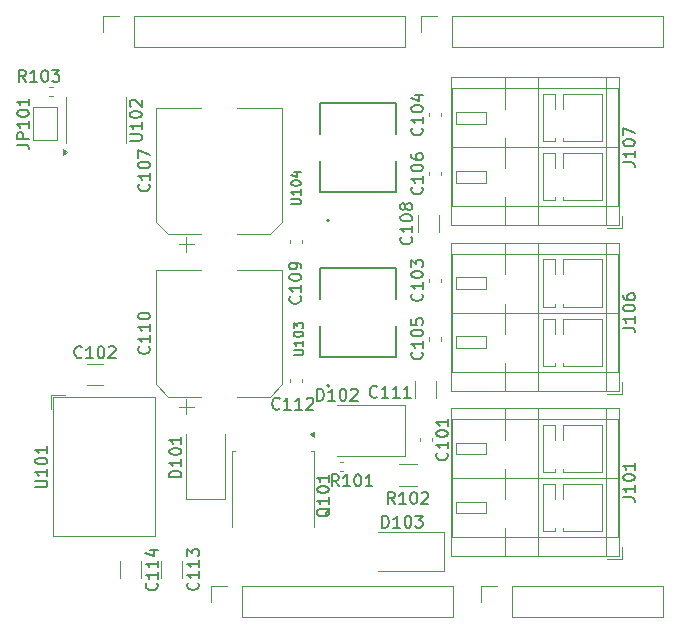
<source format=gbr>
G04 #@! TF.GenerationSoftware,KiCad,Pcbnew,8.0.3+1*
G04 #@! TF.CreationDate,2024-07-01T12:38:53+00:00*
G04 #@! TF.ProjectId,dc_shield,64635f73-6869-4656-9c64-2e6b69636164,rev?*
G04 #@! TF.SameCoordinates,Original*
G04 #@! TF.FileFunction,Legend,Top*
G04 #@! TF.FilePolarity,Positive*
%FSLAX46Y46*%
G04 Gerber Fmt 4.6, Leading zero omitted, Abs format (unit mm)*
G04 Created by KiCad (PCBNEW 8.0.3+1) date 2024-07-01 12:38:53*
%MOMM*%
%LPD*%
G01*
G04 APERTURE LIST*
%ADD10C,0.150000*%
%ADD11C,0.120000*%
%ADD12C,0.127000*%
%ADD13C,0.200000*%
%ADD14R,1.700000X1.700000*%
%ADD15O,1.700000X1.700000*%
%ADD16R,1.500000X1.000000*%
%ADD17R,3.000000X1.500000*%
%ADD18O,3.000000X1.500000*%
%ADD19C,3.200000*%
%ADD20R,2.300000X1.500000*%
%ADD21O,2.300000X1.500000*%
G04 APERTURE END LIST*
D10*
X119704819Y-58464285D02*
X120514342Y-58464285D01*
X120514342Y-58464285D02*
X120609580Y-58416666D01*
X120609580Y-58416666D02*
X120657200Y-58369047D01*
X120657200Y-58369047D02*
X120704819Y-58273809D01*
X120704819Y-58273809D02*
X120704819Y-58083333D01*
X120704819Y-58083333D02*
X120657200Y-57988095D01*
X120657200Y-57988095D02*
X120609580Y-57940476D01*
X120609580Y-57940476D02*
X120514342Y-57892857D01*
X120514342Y-57892857D02*
X119704819Y-57892857D01*
X120704819Y-56892857D02*
X120704819Y-57464285D01*
X120704819Y-57178571D02*
X119704819Y-57178571D01*
X119704819Y-57178571D02*
X119847676Y-57273809D01*
X119847676Y-57273809D02*
X119942914Y-57369047D01*
X119942914Y-57369047D02*
X119990533Y-57464285D01*
X119704819Y-56273809D02*
X119704819Y-56178571D01*
X119704819Y-56178571D02*
X119752438Y-56083333D01*
X119752438Y-56083333D02*
X119800057Y-56035714D01*
X119800057Y-56035714D02*
X119895295Y-55988095D01*
X119895295Y-55988095D02*
X120085771Y-55940476D01*
X120085771Y-55940476D02*
X120323866Y-55940476D01*
X120323866Y-55940476D02*
X120514342Y-55988095D01*
X120514342Y-55988095D02*
X120609580Y-56035714D01*
X120609580Y-56035714D02*
X120657200Y-56083333D01*
X120657200Y-56083333D02*
X120704819Y-56178571D01*
X120704819Y-56178571D02*
X120704819Y-56273809D01*
X120704819Y-56273809D02*
X120657200Y-56369047D01*
X120657200Y-56369047D02*
X120609580Y-56416666D01*
X120609580Y-56416666D02*
X120514342Y-56464285D01*
X120514342Y-56464285D02*
X120323866Y-56511904D01*
X120323866Y-56511904D02*
X120085771Y-56511904D01*
X120085771Y-56511904D02*
X119895295Y-56464285D01*
X119895295Y-56464285D02*
X119800057Y-56416666D01*
X119800057Y-56416666D02*
X119752438Y-56369047D01*
X119752438Y-56369047D02*
X119704819Y-56273809D01*
X119800057Y-55559523D02*
X119752438Y-55511904D01*
X119752438Y-55511904D02*
X119704819Y-55416666D01*
X119704819Y-55416666D02*
X119704819Y-55178571D01*
X119704819Y-55178571D02*
X119752438Y-55083333D01*
X119752438Y-55083333D02*
X119800057Y-55035714D01*
X119800057Y-55035714D02*
X119895295Y-54988095D01*
X119895295Y-54988095D02*
X119990533Y-54988095D01*
X119990533Y-54988095D02*
X120133390Y-55035714D01*
X120133390Y-55035714D02*
X120704819Y-55607142D01*
X120704819Y-55607142D02*
X120704819Y-54988095D01*
X121309580Y-62119047D02*
X121357200Y-62166666D01*
X121357200Y-62166666D02*
X121404819Y-62309523D01*
X121404819Y-62309523D02*
X121404819Y-62404761D01*
X121404819Y-62404761D02*
X121357200Y-62547618D01*
X121357200Y-62547618D02*
X121261961Y-62642856D01*
X121261961Y-62642856D02*
X121166723Y-62690475D01*
X121166723Y-62690475D02*
X120976247Y-62738094D01*
X120976247Y-62738094D02*
X120833390Y-62738094D01*
X120833390Y-62738094D02*
X120642914Y-62690475D01*
X120642914Y-62690475D02*
X120547676Y-62642856D01*
X120547676Y-62642856D02*
X120452438Y-62547618D01*
X120452438Y-62547618D02*
X120404819Y-62404761D01*
X120404819Y-62404761D02*
X120404819Y-62309523D01*
X120404819Y-62309523D02*
X120452438Y-62166666D01*
X120452438Y-62166666D02*
X120500057Y-62119047D01*
X121404819Y-61166666D02*
X121404819Y-61738094D01*
X121404819Y-61452380D02*
X120404819Y-61452380D01*
X120404819Y-61452380D02*
X120547676Y-61547618D01*
X120547676Y-61547618D02*
X120642914Y-61642856D01*
X120642914Y-61642856D02*
X120690533Y-61738094D01*
X120404819Y-60547618D02*
X120404819Y-60452380D01*
X120404819Y-60452380D02*
X120452438Y-60357142D01*
X120452438Y-60357142D02*
X120500057Y-60309523D01*
X120500057Y-60309523D02*
X120595295Y-60261904D01*
X120595295Y-60261904D02*
X120785771Y-60214285D01*
X120785771Y-60214285D02*
X121023866Y-60214285D01*
X121023866Y-60214285D02*
X121214342Y-60261904D01*
X121214342Y-60261904D02*
X121309580Y-60309523D01*
X121309580Y-60309523D02*
X121357200Y-60357142D01*
X121357200Y-60357142D02*
X121404819Y-60452380D01*
X121404819Y-60452380D02*
X121404819Y-60547618D01*
X121404819Y-60547618D02*
X121357200Y-60642856D01*
X121357200Y-60642856D02*
X121309580Y-60690475D01*
X121309580Y-60690475D02*
X121214342Y-60738094D01*
X121214342Y-60738094D02*
X121023866Y-60785713D01*
X121023866Y-60785713D02*
X120785771Y-60785713D01*
X120785771Y-60785713D02*
X120595295Y-60738094D01*
X120595295Y-60738094D02*
X120500057Y-60690475D01*
X120500057Y-60690475D02*
X120452438Y-60642856D01*
X120452438Y-60642856D02*
X120404819Y-60547618D01*
X120404819Y-59880951D02*
X120404819Y-59214285D01*
X120404819Y-59214285D02*
X121404819Y-59642856D01*
X110154819Y-58785714D02*
X110869104Y-58785714D01*
X110869104Y-58785714D02*
X111011961Y-58833333D01*
X111011961Y-58833333D02*
X111107200Y-58928571D01*
X111107200Y-58928571D02*
X111154819Y-59071428D01*
X111154819Y-59071428D02*
X111154819Y-59166666D01*
X111154819Y-58309523D02*
X110154819Y-58309523D01*
X110154819Y-58309523D02*
X110154819Y-57928571D01*
X110154819Y-57928571D02*
X110202438Y-57833333D01*
X110202438Y-57833333D02*
X110250057Y-57785714D01*
X110250057Y-57785714D02*
X110345295Y-57738095D01*
X110345295Y-57738095D02*
X110488152Y-57738095D01*
X110488152Y-57738095D02*
X110583390Y-57785714D01*
X110583390Y-57785714D02*
X110631009Y-57833333D01*
X110631009Y-57833333D02*
X110678628Y-57928571D01*
X110678628Y-57928571D02*
X110678628Y-58309523D01*
X111154819Y-56785714D02*
X111154819Y-57357142D01*
X111154819Y-57071428D02*
X110154819Y-57071428D01*
X110154819Y-57071428D02*
X110297676Y-57166666D01*
X110297676Y-57166666D02*
X110392914Y-57261904D01*
X110392914Y-57261904D02*
X110440533Y-57357142D01*
X110154819Y-56166666D02*
X110154819Y-56071428D01*
X110154819Y-56071428D02*
X110202438Y-55976190D01*
X110202438Y-55976190D02*
X110250057Y-55928571D01*
X110250057Y-55928571D02*
X110345295Y-55880952D01*
X110345295Y-55880952D02*
X110535771Y-55833333D01*
X110535771Y-55833333D02*
X110773866Y-55833333D01*
X110773866Y-55833333D02*
X110964342Y-55880952D01*
X110964342Y-55880952D02*
X111059580Y-55928571D01*
X111059580Y-55928571D02*
X111107200Y-55976190D01*
X111107200Y-55976190D02*
X111154819Y-56071428D01*
X111154819Y-56071428D02*
X111154819Y-56166666D01*
X111154819Y-56166666D02*
X111107200Y-56261904D01*
X111107200Y-56261904D02*
X111059580Y-56309523D01*
X111059580Y-56309523D02*
X110964342Y-56357142D01*
X110964342Y-56357142D02*
X110773866Y-56404761D01*
X110773866Y-56404761D02*
X110535771Y-56404761D01*
X110535771Y-56404761D02*
X110345295Y-56357142D01*
X110345295Y-56357142D02*
X110250057Y-56309523D01*
X110250057Y-56309523D02*
X110202438Y-56261904D01*
X110202438Y-56261904D02*
X110154819Y-56166666D01*
X111154819Y-54880952D02*
X111154819Y-55452380D01*
X111154819Y-55166666D02*
X110154819Y-55166666D01*
X110154819Y-55166666D02*
X110297676Y-55261904D01*
X110297676Y-55261904D02*
X110392914Y-55357142D01*
X110392914Y-55357142D02*
X110440533Y-55452380D01*
X125459580Y-95869047D02*
X125507200Y-95916666D01*
X125507200Y-95916666D02*
X125554819Y-96059523D01*
X125554819Y-96059523D02*
X125554819Y-96154761D01*
X125554819Y-96154761D02*
X125507200Y-96297618D01*
X125507200Y-96297618D02*
X125411961Y-96392856D01*
X125411961Y-96392856D02*
X125316723Y-96440475D01*
X125316723Y-96440475D02*
X125126247Y-96488094D01*
X125126247Y-96488094D02*
X124983390Y-96488094D01*
X124983390Y-96488094D02*
X124792914Y-96440475D01*
X124792914Y-96440475D02*
X124697676Y-96392856D01*
X124697676Y-96392856D02*
X124602438Y-96297618D01*
X124602438Y-96297618D02*
X124554819Y-96154761D01*
X124554819Y-96154761D02*
X124554819Y-96059523D01*
X124554819Y-96059523D02*
X124602438Y-95916666D01*
X124602438Y-95916666D02*
X124650057Y-95869047D01*
X125554819Y-94916666D02*
X125554819Y-95488094D01*
X125554819Y-95202380D02*
X124554819Y-95202380D01*
X124554819Y-95202380D02*
X124697676Y-95297618D01*
X124697676Y-95297618D02*
X124792914Y-95392856D01*
X124792914Y-95392856D02*
X124840533Y-95488094D01*
X125554819Y-93964285D02*
X125554819Y-94535713D01*
X125554819Y-94249999D02*
X124554819Y-94249999D01*
X124554819Y-94249999D02*
X124697676Y-94345237D01*
X124697676Y-94345237D02*
X124792914Y-94440475D01*
X124792914Y-94440475D02*
X124840533Y-94535713D01*
X124554819Y-93630951D02*
X124554819Y-93011904D01*
X124554819Y-93011904D02*
X124935771Y-93345237D01*
X124935771Y-93345237D02*
X124935771Y-93202380D01*
X124935771Y-93202380D02*
X124983390Y-93107142D01*
X124983390Y-93107142D02*
X125031009Y-93059523D01*
X125031009Y-93059523D02*
X125126247Y-93011904D01*
X125126247Y-93011904D02*
X125364342Y-93011904D01*
X125364342Y-93011904D02*
X125459580Y-93059523D01*
X125459580Y-93059523D02*
X125507200Y-93107142D01*
X125507200Y-93107142D02*
X125554819Y-93202380D01*
X125554819Y-93202380D02*
X125554819Y-93488094D01*
X125554819Y-93488094D02*
X125507200Y-93583332D01*
X125507200Y-93583332D02*
X125459580Y-93630951D01*
X136650057Y-89547619D02*
X136602438Y-89642857D01*
X136602438Y-89642857D02*
X136507200Y-89738095D01*
X136507200Y-89738095D02*
X136364342Y-89880952D01*
X136364342Y-89880952D02*
X136316723Y-89976190D01*
X136316723Y-89976190D02*
X136316723Y-90071428D01*
X136554819Y-90023809D02*
X136507200Y-90119047D01*
X136507200Y-90119047D02*
X136411961Y-90214285D01*
X136411961Y-90214285D02*
X136221485Y-90261904D01*
X136221485Y-90261904D02*
X135888152Y-90261904D01*
X135888152Y-90261904D02*
X135697676Y-90214285D01*
X135697676Y-90214285D02*
X135602438Y-90119047D01*
X135602438Y-90119047D02*
X135554819Y-90023809D01*
X135554819Y-90023809D02*
X135554819Y-89833333D01*
X135554819Y-89833333D02*
X135602438Y-89738095D01*
X135602438Y-89738095D02*
X135697676Y-89642857D01*
X135697676Y-89642857D02*
X135888152Y-89595238D01*
X135888152Y-89595238D02*
X136221485Y-89595238D01*
X136221485Y-89595238D02*
X136411961Y-89642857D01*
X136411961Y-89642857D02*
X136507200Y-89738095D01*
X136507200Y-89738095D02*
X136554819Y-89833333D01*
X136554819Y-89833333D02*
X136554819Y-90023809D01*
X136554819Y-88642857D02*
X136554819Y-89214285D01*
X136554819Y-88928571D02*
X135554819Y-88928571D01*
X135554819Y-88928571D02*
X135697676Y-89023809D01*
X135697676Y-89023809D02*
X135792914Y-89119047D01*
X135792914Y-89119047D02*
X135840533Y-89214285D01*
X135554819Y-88023809D02*
X135554819Y-87928571D01*
X135554819Y-87928571D02*
X135602438Y-87833333D01*
X135602438Y-87833333D02*
X135650057Y-87785714D01*
X135650057Y-87785714D02*
X135745295Y-87738095D01*
X135745295Y-87738095D02*
X135935771Y-87690476D01*
X135935771Y-87690476D02*
X136173866Y-87690476D01*
X136173866Y-87690476D02*
X136364342Y-87738095D01*
X136364342Y-87738095D02*
X136459580Y-87785714D01*
X136459580Y-87785714D02*
X136507200Y-87833333D01*
X136507200Y-87833333D02*
X136554819Y-87928571D01*
X136554819Y-87928571D02*
X136554819Y-88023809D01*
X136554819Y-88023809D02*
X136507200Y-88119047D01*
X136507200Y-88119047D02*
X136459580Y-88166666D01*
X136459580Y-88166666D02*
X136364342Y-88214285D01*
X136364342Y-88214285D02*
X136173866Y-88261904D01*
X136173866Y-88261904D02*
X135935771Y-88261904D01*
X135935771Y-88261904D02*
X135745295Y-88214285D01*
X135745295Y-88214285D02*
X135650057Y-88166666D01*
X135650057Y-88166666D02*
X135602438Y-88119047D01*
X135602438Y-88119047D02*
X135554819Y-88023809D01*
X136554819Y-86738095D02*
X136554819Y-87309523D01*
X136554819Y-87023809D02*
X135554819Y-87023809D01*
X135554819Y-87023809D02*
X135697676Y-87119047D01*
X135697676Y-87119047D02*
X135792914Y-87214285D01*
X135792914Y-87214285D02*
X135840533Y-87309523D01*
X124054819Y-86940475D02*
X123054819Y-86940475D01*
X123054819Y-86940475D02*
X123054819Y-86702380D01*
X123054819Y-86702380D02*
X123102438Y-86559523D01*
X123102438Y-86559523D02*
X123197676Y-86464285D01*
X123197676Y-86464285D02*
X123292914Y-86416666D01*
X123292914Y-86416666D02*
X123483390Y-86369047D01*
X123483390Y-86369047D02*
X123626247Y-86369047D01*
X123626247Y-86369047D02*
X123816723Y-86416666D01*
X123816723Y-86416666D02*
X123911961Y-86464285D01*
X123911961Y-86464285D02*
X124007200Y-86559523D01*
X124007200Y-86559523D02*
X124054819Y-86702380D01*
X124054819Y-86702380D02*
X124054819Y-86940475D01*
X124054819Y-85416666D02*
X124054819Y-85988094D01*
X124054819Y-85702380D02*
X123054819Y-85702380D01*
X123054819Y-85702380D02*
X123197676Y-85797618D01*
X123197676Y-85797618D02*
X123292914Y-85892856D01*
X123292914Y-85892856D02*
X123340533Y-85988094D01*
X123054819Y-84797618D02*
X123054819Y-84702380D01*
X123054819Y-84702380D02*
X123102438Y-84607142D01*
X123102438Y-84607142D02*
X123150057Y-84559523D01*
X123150057Y-84559523D02*
X123245295Y-84511904D01*
X123245295Y-84511904D02*
X123435771Y-84464285D01*
X123435771Y-84464285D02*
X123673866Y-84464285D01*
X123673866Y-84464285D02*
X123864342Y-84511904D01*
X123864342Y-84511904D02*
X123959580Y-84559523D01*
X123959580Y-84559523D02*
X124007200Y-84607142D01*
X124007200Y-84607142D02*
X124054819Y-84702380D01*
X124054819Y-84702380D02*
X124054819Y-84797618D01*
X124054819Y-84797618D02*
X124007200Y-84892856D01*
X124007200Y-84892856D02*
X123959580Y-84940475D01*
X123959580Y-84940475D02*
X123864342Y-84988094D01*
X123864342Y-84988094D02*
X123673866Y-85035713D01*
X123673866Y-85035713D02*
X123435771Y-85035713D01*
X123435771Y-85035713D02*
X123245295Y-84988094D01*
X123245295Y-84988094D02*
X123150057Y-84940475D01*
X123150057Y-84940475D02*
X123102438Y-84892856D01*
X123102438Y-84892856D02*
X123054819Y-84797618D01*
X124054819Y-83511904D02*
X124054819Y-84083332D01*
X124054819Y-83797618D02*
X123054819Y-83797618D01*
X123054819Y-83797618D02*
X123197676Y-83892856D01*
X123197676Y-83892856D02*
X123292914Y-83988094D01*
X123292914Y-83988094D02*
X123340533Y-84083332D01*
X137380952Y-87704819D02*
X137047619Y-87228628D01*
X136809524Y-87704819D02*
X136809524Y-86704819D01*
X136809524Y-86704819D02*
X137190476Y-86704819D01*
X137190476Y-86704819D02*
X137285714Y-86752438D01*
X137285714Y-86752438D02*
X137333333Y-86800057D01*
X137333333Y-86800057D02*
X137380952Y-86895295D01*
X137380952Y-86895295D02*
X137380952Y-87038152D01*
X137380952Y-87038152D02*
X137333333Y-87133390D01*
X137333333Y-87133390D02*
X137285714Y-87181009D01*
X137285714Y-87181009D02*
X137190476Y-87228628D01*
X137190476Y-87228628D02*
X136809524Y-87228628D01*
X138333333Y-87704819D02*
X137761905Y-87704819D01*
X138047619Y-87704819D02*
X138047619Y-86704819D01*
X138047619Y-86704819D02*
X137952381Y-86847676D01*
X137952381Y-86847676D02*
X137857143Y-86942914D01*
X137857143Y-86942914D02*
X137761905Y-86990533D01*
X138952381Y-86704819D02*
X139047619Y-86704819D01*
X139047619Y-86704819D02*
X139142857Y-86752438D01*
X139142857Y-86752438D02*
X139190476Y-86800057D01*
X139190476Y-86800057D02*
X139238095Y-86895295D01*
X139238095Y-86895295D02*
X139285714Y-87085771D01*
X139285714Y-87085771D02*
X139285714Y-87323866D01*
X139285714Y-87323866D02*
X139238095Y-87514342D01*
X139238095Y-87514342D02*
X139190476Y-87609580D01*
X139190476Y-87609580D02*
X139142857Y-87657200D01*
X139142857Y-87657200D02*
X139047619Y-87704819D01*
X139047619Y-87704819D02*
X138952381Y-87704819D01*
X138952381Y-87704819D02*
X138857143Y-87657200D01*
X138857143Y-87657200D02*
X138809524Y-87609580D01*
X138809524Y-87609580D02*
X138761905Y-87514342D01*
X138761905Y-87514342D02*
X138714286Y-87323866D01*
X138714286Y-87323866D02*
X138714286Y-87085771D01*
X138714286Y-87085771D02*
X138761905Y-86895295D01*
X138761905Y-86895295D02*
X138809524Y-86800057D01*
X138809524Y-86800057D02*
X138857143Y-86752438D01*
X138857143Y-86752438D02*
X138952381Y-86704819D01*
X140238095Y-87704819D02*
X139666667Y-87704819D01*
X139952381Y-87704819D02*
X139952381Y-86704819D01*
X139952381Y-86704819D02*
X139857143Y-86847676D01*
X139857143Y-86847676D02*
X139761905Y-86942914D01*
X139761905Y-86942914D02*
X139666667Y-86990533D01*
X144429580Y-62369047D02*
X144477200Y-62416666D01*
X144477200Y-62416666D02*
X144524819Y-62559523D01*
X144524819Y-62559523D02*
X144524819Y-62654761D01*
X144524819Y-62654761D02*
X144477200Y-62797618D01*
X144477200Y-62797618D02*
X144381961Y-62892856D01*
X144381961Y-62892856D02*
X144286723Y-62940475D01*
X144286723Y-62940475D02*
X144096247Y-62988094D01*
X144096247Y-62988094D02*
X143953390Y-62988094D01*
X143953390Y-62988094D02*
X143762914Y-62940475D01*
X143762914Y-62940475D02*
X143667676Y-62892856D01*
X143667676Y-62892856D02*
X143572438Y-62797618D01*
X143572438Y-62797618D02*
X143524819Y-62654761D01*
X143524819Y-62654761D02*
X143524819Y-62559523D01*
X143524819Y-62559523D02*
X143572438Y-62416666D01*
X143572438Y-62416666D02*
X143620057Y-62369047D01*
X144524819Y-61416666D02*
X144524819Y-61988094D01*
X144524819Y-61702380D02*
X143524819Y-61702380D01*
X143524819Y-61702380D02*
X143667676Y-61797618D01*
X143667676Y-61797618D02*
X143762914Y-61892856D01*
X143762914Y-61892856D02*
X143810533Y-61988094D01*
X143524819Y-60797618D02*
X143524819Y-60702380D01*
X143524819Y-60702380D02*
X143572438Y-60607142D01*
X143572438Y-60607142D02*
X143620057Y-60559523D01*
X143620057Y-60559523D02*
X143715295Y-60511904D01*
X143715295Y-60511904D02*
X143905771Y-60464285D01*
X143905771Y-60464285D02*
X144143866Y-60464285D01*
X144143866Y-60464285D02*
X144334342Y-60511904D01*
X144334342Y-60511904D02*
X144429580Y-60559523D01*
X144429580Y-60559523D02*
X144477200Y-60607142D01*
X144477200Y-60607142D02*
X144524819Y-60702380D01*
X144524819Y-60702380D02*
X144524819Y-60797618D01*
X144524819Y-60797618D02*
X144477200Y-60892856D01*
X144477200Y-60892856D02*
X144429580Y-60940475D01*
X144429580Y-60940475D02*
X144334342Y-60988094D01*
X144334342Y-60988094D02*
X144143866Y-61035713D01*
X144143866Y-61035713D02*
X143905771Y-61035713D01*
X143905771Y-61035713D02*
X143715295Y-60988094D01*
X143715295Y-60988094D02*
X143620057Y-60940475D01*
X143620057Y-60940475D02*
X143572438Y-60892856D01*
X143572438Y-60892856D02*
X143524819Y-60797618D01*
X143524819Y-59607142D02*
X143524819Y-59797618D01*
X143524819Y-59797618D02*
X143572438Y-59892856D01*
X143572438Y-59892856D02*
X143620057Y-59940475D01*
X143620057Y-59940475D02*
X143762914Y-60035713D01*
X143762914Y-60035713D02*
X143953390Y-60083332D01*
X143953390Y-60083332D02*
X144334342Y-60083332D01*
X144334342Y-60083332D02*
X144429580Y-60035713D01*
X144429580Y-60035713D02*
X144477200Y-59988094D01*
X144477200Y-59988094D02*
X144524819Y-59892856D01*
X144524819Y-59892856D02*
X144524819Y-59702380D01*
X144524819Y-59702380D02*
X144477200Y-59607142D01*
X144477200Y-59607142D02*
X144429580Y-59559523D01*
X144429580Y-59559523D02*
X144334342Y-59511904D01*
X144334342Y-59511904D02*
X144096247Y-59511904D01*
X144096247Y-59511904D02*
X144001009Y-59559523D01*
X144001009Y-59559523D02*
X143953390Y-59607142D01*
X143953390Y-59607142D02*
X143905771Y-59702380D01*
X143905771Y-59702380D02*
X143905771Y-59892856D01*
X143905771Y-59892856D02*
X143953390Y-59988094D01*
X143953390Y-59988094D02*
X144001009Y-60035713D01*
X144001009Y-60035713D02*
X144096247Y-60083332D01*
X143509580Y-66594047D02*
X143557200Y-66641666D01*
X143557200Y-66641666D02*
X143604819Y-66784523D01*
X143604819Y-66784523D02*
X143604819Y-66879761D01*
X143604819Y-66879761D02*
X143557200Y-67022618D01*
X143557200Y-67022618D02*
X143461961Y-67117856D01*
X143461961Y-67117856D02*
X143366723Y-67165475D01*
X143366723Y-67165475D02*
X143176247Y-67213094D01*
X143176247Y-67213094D02*
X143033390Y-67213094D01*
X143033390Y-67213094D02*
X142842914Y-67165475D01*
X142842914Y-67165475D02*
X142747676Y-67117856D01*
X142747676Y-67117856D02*
X142652438Y-67022618D01*
X142652438Y-67022618D02*
X142604819Y-66879761D01*
X142604819Y-66879761D02*
X142604819Y-66784523D01*
X142604819Y-66784523D02*
X142652438Y-66641666D01*
X142652438Y-66641666D02*
X142700057Y-66594047D01*
X143604819Y-65641666D02*
X143604819Y-66213094D01*
X143604819Y-65927380D02*
X142604819Y-65927380D01*
X142604819Y-65927380D02*
X142747676Y-66022618D01*
X142747676Y-66022618D02*
X142842914Y-66117856D01*
X142842914Y-66117856D02*
X142890533Y-66213094D01*
X142604819Y-65022618D02*
X142604819Y-64927380D01*
X142604819Y-64927380D02*
X142652438Y-64832142D01*
X142652438Y-64832142D02*
X142700057Y-64784523D01*
X142700057Y-64784523D02*
X142795295Y-64736904D01*
X142795295Y-64736904D02*
X142985771Y-64689285D01*
X142985771Y-64689285D02*
X143223866Y-64689285D01*
X143223866Y-64689285D02*
X143414342Y-64736904D01*
X143414342Y-64736904D02*
X143509580Y-64784523D01*
X143509580Y-64784523D02*
X143557200Y-64832142D01*
X143557200Y-64832142D02*
X143604819Y-64927380D01*
X143604819Y-64927380D02*
X143604819Y-65022618D01*
X143604819Y-65022618D02*
X143557200Y-65117856D01*
X143557200Y-65117856D02*
X143509580Y-65165475D01*
X143509580Y-65165475D02*
X143414342Y-65213094D01*
X143414342Y-65213094D02*
X143223866Y-65260713D01*
X143223866Y-65260713D02*
X142985771Y-65260713D01*
X142985771Y-65260713D02*
X142795295Y-65213094D01*
X142795295Y-65213094D02*
X142700057Y-65165475D01*
X142700057Y-65165475D02*
X142652438Y-65117856D01*
X142652438Y-65117856D02*
X142604819Y-65022618D01*
X143033390Y-64117856D02*
X142985771Y-64213094D01*
X142985771Y-64213094D02*
X142938152Y-64260713D01*
X142938152Y-64260713D02*
X142842914Y-64308332D01*
X142842914Y-64308332D02*
X142795295Y-64308332D01*
X142795295Y-64308332D02*
X142700057Y-64260713D01*
X142700057Y-64260713D02*
X142652438Y-64213094D01*
X142652438Y-64213094D02*
X142604819Y-64117856D01*
X142604819Y-64117856D02*
X142604819Y-63927380D01*
X142604819Y-63927380D02*
X142652438Y-63832142D01*
X142652438Y-63832142D02*
X142700057Y-63784523D01*
X142700057Y-63784523D02*
X142795295Y-63736904D01*
X142795295Y-63736904D02*
X142842914Y-63736904D01*
X142842914Y-63736904D02*
X142938152Y-63784523D01*
X142938152Y-63784523D02*
X142985771Y-63832142D01*
X142985771Y-63832142D02*
X143033390Y-63927380D01*
X143033390Y-63927380D02*
X143033390Y-64117856D01*
X143033390Y-64117856D02*
X143081009Y-64213094D01*
X143081009Y-64213094D02*
X143128628Y-64260713D01*
X143128628Y-64260713D02*
X143223866Y-64308332D01*
X143223866Y-64308332D02*
X143414342Y-64308332D01*
X143414342Y-64308332D02*
X143509580Y-64260713D01*
X143509580Y-64260713D02*
X143557200Y-64213094D01*
X143557200Y-64213094D02*
X143604819Y-64117856D01*
X143604819Y-64117856D02*
X143604819Y-63927380D01*
X143604819Y-63927380D02*
X143557200Y-63832142D01*
X143557200Y-63832142D02*
X143509580Y-63784523D01*
X143509580Y-63784523D02*
X143414342Y-63736904D01*
X143414342Y-63736904D02*
X143223866Y-63736904D01*
X143223866Y-63736904D02*
X143128628Y-63784523D01*
X143128628Y-63784523D02*
X143081009Y-63832142D01*
X143081009Y-63832142D02*
X143033390Y-63927380D01*
X142130952Y-89204819D02*
X141797619Y-88728628D01*
X141559524Y-89204819D02*
X141559524Y-88204819D01*
X141559524Y-88204819D02*
X141940476Y-88204819D01*
X141940476Y-88204819D02*
X142035714Y-88252438D01*
X142035714Y-88252438D02*
X142083333Y-88300057D01*
X142083333Y-88300057D02*
X142130952Y-88395295D01*
X142130952Y-88395295D02*
X142130952Y-88538152D01*
X142130952Y-88538152D02*
X142083333Y-88633390D01*
X142083333Y-88633390D02*
X142035714Y-88681009D01*
X142035714Y-88681009D02*
X141940476Y-88728628D01*
X141940476Y-88728628D02*
X141559524Y-88728628D01*
X143083333Y-89204819D02*
X142511905Y-89204819D01*
X142797619Y-89204819D02*
X142797619Y-88204819D01*
X142797619Y-88204819D02*
X142702381Y-88347676D01*
X142702381Y-88347676D02*
X142607143Y-88442914D01*
X142607143Y-88442914D02*
X142511905Y-88490533D01*
X143702381Y-88204819D02*
X143797619Y-88204819D01*
X143797619Y-88204819D02*
X143892857Y-88252438D01*
X143892857Y-88252438D02*
X143940476Y-88300057D01*
X143940476Y-88300057D02*
X143988095Y-88395295D01*
X143988095Y-88395295D02*
X144035714Y-88585771D01*
X144035714Y-88585771D02*
X144035714Y-88823866D01*
X144035714Y-88823866D02*
X143988095Y-89014342D01*
X143988095Y-89014342D02*
X143940476Y-89109580D01*
X143940476Y-89109580D02*
X143892857Y-89157200D01*
X143892857Y-89157200D02*
X143797619Y-89204819D01*
X143797619Y-89204819D02*
X143702381Y-89204819D01*
X143702381Y-89204819D02*
X143607143Y-89157200D01*
X143607143Y-89157200D02*
X143559524Y-89109580D01*
X143559524Y-89109580D02*
X143511905Y-89014342D01*
X143511905Y-89014342D02*
X143464286Y-88823866D01*
X143464286Y-88823866D02*
X143464286Y-88585771D01*
X143464286Y-88585771D02*
X143511905Y-88395295D01*
X143511905Y-88395295D02*
X143559524Y-88300057D01*
X143559524Y-88300057D02*
X143607143Y-88252438D01*
X143607143Y-88252438D02*
X143702381Y-88204819D01*
X144416667Y-88300057D02*
X144464286Y-88252438D01*
X144464286Y-88252438D02*
X144559524Y-88204819D01*
X144559524Y-88204819D02*
X144797619Y-88204819D01*
X144797619Y-88204819D02*
X144892857Y-88252438D01*
X144892857Y-88252438D02*
X144940476Y-88300057D01*
X144940476Y-88300057D02*
X144988095Y-88395295D01*
X144988095Y-88395295D02*
X144988095Y-88490533D01*
X144988095Y-88490533D02*
X144940476Y-88633390D01*
X144940476Y-88633390D02*
X144369048Y-89204819D01*
X144369048Y-89204819D02*
X144988095Y-89204819D01*
X115630952Y-76759580D02*
X115583333Y-76807200D01*
X115583333Y-76807200D02*
X115440476Y-76854819D01*
X115440476Y-76854819D02*
X115345238Y-76854819D01*
X115345238Y-76854819D02*
X115202381Y-76807200D01*
X115202381Y-76807200D02*
X115107143Y-76711961D01*
X115107143Y-76711961D02*
X115059524Y-76616723D01*
X115059524Y-76616723D02*
X115011905Y-76426247D01*
X115011905Y-76426247D02*
X115011905Y-76283390D01*
X115011905Y-76283390D02*
X115059524Y-76092914D01*
X115059524Y-76092914D02*
X115107143Y-75997676D01*
X115107143Y-75997676D02*
X115202381Y-75902438D01*
X115202381Y-75902438D02*
X115345238Y-75854819D01*
X115345238Y-75854819D02*
X115440476Y-75854819D01*
X115440476Y-75854819D02*
X115583333Y-75902438D01*
X115583333Y-75902438D02*
X115630952Y-75950057D01*
X116583333Y-76854819D02*
X116011905Y-76854819D01*
X116297619Y-76854819D02*
X116297619Y-75854819D01*
X116297619Y-75854819D02*
X116202381Y-75997676D01*
X116202381Y-75997676D02*
X116107143Y-76092914D01*
X116107143Y-76092914D02*
X116011905Y-76140533D01*
X117202381Y-75854819D02*
X117297619Y-75854819D01*
X117297619Y-75854819D02*
X117392857Y-75902438D01*
X117392857Y-75902438D02*
X117440476Y-75950057D01*
X117440476Y-75950057D02*
X117488095Y-76045295D01*
X117488095Y-76045295D02*
X117535714Y-76235771D01*
X117535714Y-76235771D02*
X117535714Y-76473866D01*
X117535714Y-76473866D02*
X117488095Y-76664342D01*
X117488095Y-76664342D02*
X117440476Y-76759580D01*
X117440476Y-76759580D02*
X117392857Y-76807200D01*
X117392857Y-76807200D02*
X117297619Y-76854819D01*
X117297619Y-76854819D02*
X117202381Y-76854819D01*
X117202381Y-76854819D02*
X117107143Y-76807200D01*
X117107143Y-76807200D02*
X117059524Y-76759580D01*
X117059524Y-76759580D02*
X117011905Y-76664342D01*
X117011905Y-76664342D02*
X116964286Y-76473866D01*
X116964286Y-76473866D02*
X116964286Y-76235771D01*
X116964286Y-76235771D02*
X117011905Y-76045295D01*
X117011905Y-76045295D02*
X117059524Y-75950057D01*
X117059524Y-75950057D02*
X117107143Y-75902438D01*
X117107143Y-75902438D02*
X117202381Y-75854819D01*
X117916667Y-75950057D02*
X117964286Y-75902438D01*
X117964286Y-75902438D02*
X118059524Y-75854819D01*
X118059524Y-75854819D02*
X118297619Y-75854819D01*
X118297619Y-75854819D02*
X118392857Y-75902438D01*
X118392857Y-75902438D02*
X118440476Y-75950057D01*
X118440476Y-75950057D02*
X118488095Y-76045295D01*
X118488095Y-76045295D02*
X118488095Y-76140533D01*
X118488095Y-76140533D02*
X118440476Y-76283390D01*
X118440476Y-76283390D02*
X117869048Y-76854819D01*
X117869048Y-76854819D02*
X118488095Y-76854819D01*
X135559524Y-80454819D02*
X135559524Y-79454819D01*
X135559524Y-79454819D02*
X135797619Y-79454819D01*
X135797619Y-79454819D02*
X135940476Y-79502438D01*
X135940476Y-79502438D02*
X136035714Y-79597676D01*
X136035714Y-79597676D02*
X136083333Y-79692914D01*
X136083333Y-79692914D02*
X136130952Y-79883390D01*
X136130952Y-79883390D02*
X136130952Y-80026247D01*
X136130952Y-80026247D02*
X136083333Y-80216723D01*
X136083333Y-80216723D02*
X136035714Y-80311961D01*
X136035714Y-80311961D02*
X135940476Y-80407200D01*
X135940476Y-80407200D02*
X135797619Y-80454819D01*
X135797619Y-80454819D02*
X135559524Y-80454819D01*
X137083333Y-80454819D02*
X136511905Y-80454819D01*
X136797619Y-80454819D02*
X136797619Y-79454819D01*
X136797619Y-79454819D02*
X136702381Y-79597676D01*
X136702381Y-79597676D02*
X136607143Y-79692914D01*
X136607143Y-79692914D02*
X136511905Y-79740533D01*
X137702381Y-79454819D02*
X137797619Y-79454819D01*
X137797619Y-79454819D02*
X137892857Y-79502438D01*
X137892857Y-79502438D02*
X137940476Y-79550057D01*
X137940476Y-79550057D02*
X137988095Y-79645295D01*
X137988095Y-79645295D02*
X138035714Y-79835771D01*
X138035714Y-79835771D02*
X138035714Y-80073866D01*
X138035714Y-80073866D02*
X137988095Y-80264342D01*
X137988095Y-80264342D02*
X137940476Y-80359580D01*
X137940476Y-80359580D02*
X137892857Y-80407200D01*
X137892857Y-80407200D02*
X137797619Y-80454819D01*
X137797619Y-80454819D02*
X137702381Y-80454819D01*
X137702381Y-80454819D02*
X137607143Y-80407200D01*
X137607143Y-80407200D02*
X137559524Y-80359580D01*
X137559524Y-80359580D02*
X137511905Y-80264342D01*
X137511905Y-80264342D02*
X137464286Y-80073866D01*
X137464286Y-80073866D02*
X137464286Y-79835771D01*
X137464286Y-79835771D02*
X137511905Y-79645295D01*
X137511905Y-79645295D02*
X137559524Y-79550057D01*
X137559524Y-79550057D02*
X137607143Y-79502438D01*
X137607143Y-79502438D02*
X137702381Y-79454819D01*
X138416667Y-79550057D02*
X138464286Y-79502438D01*
X138464286Y-79502438D02*
X138559524Y-79454819D01*
X138559524Y-79454819D02*
X138797619Y-79454819D01*
X138797619Y-79454819D02*
X138892857Y-79502438D01*
X138892857Y-79502438D02*
X138940476Y-79550057D01*
X138940476Y-79550057D02*
X138988095Y-79645295D01*
X138988095Y-79645295D02*
X138988095Y-79740533D01*
X138988095Y-79740533D02*
X138940476Y-79883390D01*
X138940476Y-79883390D02*
X138369048Y-80454819D01*
X138369048Y-80454819D02*
X138988095Y-80454819D01*
X134109580Y-71619047D02*
X134157200Y-71666666D01*
X134157200Y-71666666D02*
X134204819Y-71809523D01*
X134204819Y-71809523D02*
X134204819Y-71904761D01*
X134204819Y-71904761D02*
X134157200Y-72047618D01*
X134157200Y-72047618D02*
X134061961Y-72142856D01*
X134061961Y-72142856D02*
X133966723Y-72190475D01*
X133966723Y-72190475D02*
X133776247Y-72238094D01*
X133776247Y-72238094D02*
X133633390Y-72238094D01*
X133633390Y-72238094D02*
X133442914Y-72190475D01*
X133442914Y-72190475D02*
X133347676Y-72142856D01*
X133347676Y-72142856D02*
X133252438Y-72047618D01*
X133252438Y-72047618D02*
X133204819Y-71904761D01*
X133204819Y-71904761D02*
X133204819Y-71809523D01*
X133204819Y-71809523D02*
X133252438Y-71666666D01*
X133252438Y-71666666D02*
X133300057Y-71619047D01*
X134204819Y-70666666D02*
X134204819Y-71238094D01*
X134204819Y-70952380D02*
X133204819Y-70952380D01*
X133204819Y-70952380D02*
X133347676Y-71047618D01*
X133347676Y-71047618D02*
X133442914Y-71142856D01*
X133442914Y-71142856D02*
X133490533Y-71238094D01*
X133204819Y-70047618D02*
X133204819Y-69952380D01*
X133204819Y-69952380D02*
X133252438Y-69857142D01*
X133252438Y-69857142D02*
X133300057Y-69809523D01*
X133300057Y-69809523D02*
X133395295Y-69761904D01*
X133395295Y-69761904D02*
X133585771Y-69714285D01*
X133585771Y-69714285D02*
X133823866Y-69714285D01*
X133823866Y-69714285D02*
X134014342Y-69761904D01*
X134014342Y-69761904D02*
X134109580Y-69809523D01*
X134109580Y-69809523D02*
X134157200Y-69857142D01*
X134157200Y-69857142D02*
X134204819Y-69952380D01*
X134204819Y-69952380D02*
X134204819Y-70047618D01*
X134204819Y-70047618D02*
X134157200Y-70142856D01*
X134157200Y-70142856D02*
X134109580Y-70190475D01*
X134109580Y-70190475D02*
X134014342Y-70238094D01*
X134014342Y-70238094D02*
X133823866Y-70285713D01*
X133823866Y-70285713D02*
X133585771Y-70285713D01*
X133585771Y-70285713D02*
X133395295Y-70238094D01*
X133395295Y-70238094D02*
X133300057Y-70190475D01*
X133300057Y-70190475D02*
X133252438Y-70142856D01*
X133252438Y-70142856D02*
X133204819Y-70047618D01*
X134204819Y-69238094D02*
X134204819Y-69047618D01*
X134204819Y-69047618D02*
X134157200Y-68952380D01*
X134157200Y-68952380D02*
X134109580Y-68904761D01*
X134109580Y-68904761D02*
X133966723Y-68809523D01*
X133966723Y-68809523D02*
X133776247Y-68761904D01*
X133776247Y-68761904D02*
X133395295Y-68761904D01*
X133395295Y-68761904D02*
X133300057Y-68809523D01*
X133300057Y-68809523D02*
X133252438Y-68857142D01*
X133252438Y-68857142D02*
X133204819Y-68952380D01*
X133204819Y-68952380D02*
X133204819Y-69142856D01*
X133204819Y-69142856D02*
X133252438Y-69238094D01*
X133252438Y-69238094D02*
X133300057Y-69285713D01*
X133300057Y-69285713D02*
X133395295Y-69333332D01*
X133395295Y-69333332D02*
X133633390Y-69333332D01*
X133633390Y-69333332D02*
X133728628Y-69285713D01*
X133728628Y-69285713D02*
X133776247Y-69238094D01*
X133776247Y-69238094D02*
X133823866Y-69142856D01*
X133823866Y-69142856D02*
X133823866Y-68952380D01*
X133823866Y-68952380D02*
X133776247Y-68857142D01*
X133776247Y-68857142D02*
X133728628Y-68809523D01*
X133728628Y-68809523D02*
X133633390Y-68761904D01*
X161454819Y-60285714D02*
X162169104Y-60285714D01*
X162169104Y-60285714D02*
X162311961Y-60333333D01*
X162311961Y-60333333D02*
X162407200Y-60428571D01*
X162407200Y-60428571D02*
X162454819Y-60571428D01*
X162454819Y-60571428D02*
X162454819Y-60666666D01*
X162454819Y-59285714D02*
X162454819Y-59857142D01*
X162454819Y-59571428D02*
X161454819Y-59571428D01*
X161454819Y-59571428D02*
X161597676Y-59666666D01*
X161597676Y-59666666D02*
X161692914Y-59761904D01*
X161692914Y-59761904D02*
X161740533Y-59857142D01*
X161454819Y-58666666D02*
X161454819Y-58571428D01*
X161454819Y-58571428D02*
X161502438Y-58476190D01*
X161502438Y-58476190D02*
X161550057Y-58428571D01*
X161550057Y-58428571D02*
X161645295Y-58380952D01*
X161645295Y-58380952D02*
X161835771Y-58333333D01*
X161835771Y-58333333D02*
X162073866Y-58333333D01*
X162073866Y-58333333D02*
X162264342Y-58380952D01*
X162264342Y-58380952D02*
X162359580Y-58428571D01*
X162359580Y-58428571D02*
X162407200Y-58476190D01*
X162407200Y-58476190D02*
X162454819Y-58571428D01*
X162454819Y-58571428D02*
X162454819Y-58666666D01*
X162454819Y-58666666D02*
X162407200Y-58761904D01*
X162407200Y-58761904D02*
X162359580Y-58809523D01*
X162359580Y-58809523D02*
X162264342Y-58857142D01*
X162264342Y-58857142D02*
X162073866Y-58904761D01*
X162073866Y-58904761D02*
X161835771Y-58904761D01*
X161835771Y-58904761D02*
X161645295Y-58857142D01*
X161645295Y-58857142D02*
X161550057Y-58809523D01*
X161550057Y-58809523D02*
X161502438Y-58761904D01*
X161502438Y-58761904D02*
X161454819Y-58666666D01*
X161454819Y-57999999D02*
X161454819Y-57333333D01*
X161454819Y-57333333D02*
X162454819Y-57761904D01*
X132380952Y-81109580D02*
X132333333Y-81157200D01*
X132333333Y-81157200D02*
X132190476Y-81204819D01*
X132190476Y-81204819D02*
X132095238Y-81204819D01*
X132095238Y-81204819D02*
X131952381Y-81157200D01*
X131952381Y-81157200D02*
X131857143Y-81061961D01*
X131857143Y-81061961D02*
X131809524Y-80966723D01*
X131809524Y-80966723D02*
X131761905Y-80776247D01*
X131761905Y-80776247D02*
X131761905Y-80633390D01*
X131761905Y-80633390D02*
X131809524Y-80442914D01*
X131809524Y-80442914D02*
X131857143Y-80347676D01*
X131857143Y-80347676D02*
X131952381Y-80252438D01*
X131952381Y-80252438D02*
X132095238Y-80204819D01*
X132095238Y-80204819D02*
X132190476Y-80204819D01*
X132190476Y-80204819D02*
X132333333Y-80252438D01*
X132333333Y-80252438D02*
X132380952Y-80300057D01*
X133333333Y-81204819D02*
X132761905Y-81204819D01*
X133047619Y-81204819D02*
X133047619Y-80204819D01*
X133047619Y-80204819D02*
X132952381Y-80347676D01*
X132952381Y-80347676D02*
X132857143Y-80442914D01*
X132857143Y-80442914D02*
X132761905Y-80490533D01*
X134285714Y-81204819D02*
X133714286Y-81204819D01*
X134000000Y-81204819D02*
X134000000Y-80204819D01*
X134000000Y-80204819D02*
X133904762Y-80347676D01*
X133904762Y-80347676D02*
X133809524Y-80442914D01*
X133809524Y-80442914D02*
X133714286Y-80490533D01*
X134666667Y-80300057D02*
X134714286Y-80252438D01*
X134714286Y-80252438D02*
X134809524Y-80204819D01*
X134809524Y-80204819D02*
X135047619Y-80204819D01*
X135047619Y-80204819D02*
X135142857Y-80252438D01*
X135142857Y-80252438D02*
X135190476Y-80300057D01*
X135190476Y-80300057D02*
X135238095Y-80395295D01*
X135238095Y-80395295D02*
X135238095Y-80490533D01*
X135238095Y-80490533D02*
X135190476Y-80633390D01*
X135190476Y-80633390D02*
X134619048Y-81204819D01*
X134619048Y-81204819D02*
X135238095Y-81204819D01*
X133562295Y-76621428D02*
X134209914Y-76621428D01*
X134209914Y-76621428D02*
X134286104Y-76583333D01*
X134286104Y-76583333D02*
X134324200Y-76545238D01*
X134324200Y-76545238D02*
X134362295Y-76469047D01*
X134362295Y-76469047D02*
X134362295Y-76316666D01*
X134362295Y-76316666D02*
X134324200Y-76240476D01*
X134324200Y-76240476D02*
X134286104Y-76202381D01*
X134286104Y-76202381D02*
X134209914Y-76164285D01*
X134209914Y-76164285D02*
X133562295Y-76164285D01*
X134362295Y-75364286D02*
X134362295Y-75821429D01*
X134362295Y-75592857D02*
X133562295Y-75592857D01*
X133562295Y-75592857D02*
X133676580Y-75669048D01*
X133676580Y-75669048D02*
X133752771Y-75745238D01*
X133752771Y-75745238D02*
X133790866Y-75821429D01*
X133562295Y-74869047D02*
X133562295Y-74792857D01*
X133562295Y-74792857D02*
X133600390Y-74716666D01*
X133600390Y-74716666D02*
X133638485Y-74678571D01*
X133638485Y-74678571D02*
X133714676Y-74640476D01*
X133714676Y-74640476D02*
X133867057Y-74602381D01*
X133867057Y-74602381D02*
X134057533Y-74602381D01*
X134057533Y-74602381D02*
X134209914Y-74640476D01*
X134209914Y-74640476D02*
X134286104Y-74678571D01*
X134286104Y-74678571D02*
X134324200Y-74716666D01*
X134324200Y-74716666D02*
X134362295Y-74792857D01*
X134362295Y-74792857D02*
X134362295Y-74869047D01*
X134362295Y-74869047D02*
X134324200Y-74945238D01*
X134324200Y-74945238D02*
X134286104Y-74983333D01*
X134286104Y-74983333D02*
X134209914Y-75021428D01*
X134209914Y-75021428D02*
X134057533Y-75059524D01*
X134057533Y-75059524D02*
X133867057Y-75059524D01*
X133867057Y-75059524D02*
X133714676Y-75021428D01*
X133714676Y-75021428D02*
X133638485Y-74983333D01*
X133638485Y-74983333D02*
X133600390Y-74945238D01*
X133600390Y-74945238D02*
X133562295Y-74869047D01*
X133562295Y-74335714D02*
X133562295Y-73840476D01*
X133562295Y-73840476D02*
X133867057Y-74107142D01*
X133867057Y-74107142D02*
X133867057Y-73992857D01*
X133867057Y-73992857D02*
X133905152Y-73916666D01*
X133905152Y-73916666D02*
X133943247Y-73878571D01*
X133943247Y-73878571D02*
X134019438Y-73840476D01*
X134019438Y-73840476D02*
X134209914Y-73840476D01*
X134209914Y-73840476D02*
X134286104Y-73878571D01*
X134286104Y-73878571D02*
X134324200Y-73916666D01*
X134324200Y-73916666D02*
X134362295Y-73992857D01*
X134362295Y-73992857D02*
X134362295Y-74221428D01*
X134362295Y-74221428D02*
X134324200Y-74297619D01*
X134324200Y-74297619D02*
X134286104Y-74335714D01*
X144429580Y-71394047D02*
X144477200Y-71441666D01*
X144477200Y-71441666D02*
X144524819Y-71584523D01*
X144524819Y-71584523D02*
X144524819Y-71679761D01*
X144524819Y-71679761D02*
X144477200Y-71822618D01*
X144477200Y-71822618D02*
X144381961Y-71917856D01*
X144381961Y-71917856D02*
X144286723Y-71965475D01*
X144286723Y-71965475D02*
X144096247Y-72013094D01*
X144096247Y-72013094D02*
X143953390Y-72013094D01*
X143953390Y-72013094D02*
X143762914Y-71965475D01*
X143762914Y-71965475D02*
X143667676Y-71917856D01*
X143667676Y-71917856D02*
X143572438Y-71822618D01*
X143572438Y-71822618D02*
X143524819Y-71679761D01*
X143524819Y-71679761D02*
X143524819Y-71584523D01*
X143524819Y-71584523D02*
X143572438Y-71441666D01*
X143572438Y-71441666D02*
X143620057Y-71394047D01*
X144524819Y-70441666D02*
X144524819Y-71013094D01*
X144524819Y-70727380D02*
X143524819Y-70727380D01*
X143524819Y-70727380D02*
X143667676Y-70822618D01*
X143667676Y-70822618D02*
X143762914Y-70917856D01*
X143762914Y-70917856D02*
X143810533Y-71013094D01*
X143524819Y-69822618D02*
X143524819Y-69727380D01*
X143524819Y-69727380D02*
X143572438Y-69632142D01*
X143572438Y-69632142D02*
X143620057Y-69584523D01*
X143620057Y-69584523D02*
X143715295Y-69536904D01*
X143715295Y-69536904D02*
X143905771Y-69489285D01*
X143905771Y-69489285D02*
X144143866Y-69489285D01*
X144143866Y-69489285D02*
X144334342Y-69536904D01*
X144334342Y-69536904D02*
X144429580Y-69584523D01*
X144429580Y-69584523D02*
X144477200Y-69632142D01*
X144477200Y-69632142D02*
X144524819Y-69727380D01*
X144524819Y-69727380D02*
X144524819Y-69822618D01*
X144524819Y-69822618D02*
X144477200Y-69917856D01*
X144477200Y-69917856D02*
X144429580Y-69965475D01*
X144429580Y-69965475D02*
X144334342Y-70013094D01*
X144334342Y-70013094D02*
X144143866Y-70060713D01*
X144143866Y-70060713D02*
X143905771Y-70060713D01*
X143905771Y-70060713D02*
X143715295Y-70013094D01*
X143715295Y-70013094D02*
X143620057Y-69965475D01*
X143620057Y-69965475D02*
X143572438Y-69917856D01*
X143572438Y-69917856D02*
X143524819Y-69822618D01*
X143524819Y-69155951D02*
X143524819Y-68536904D01*
X143524819Y-68536904D02*
X143905771Y-68870237D01*
X143905771Y-68870237D02*
X143905771Y-68727380D01*
X143905771Y-68727380D02*
X143953390Y-68632142D01*
X143953390Y-68632142D02*
X144001009Y-68584523D01*
X144001009Y-68584523D02*
X144096247Y-68536904D01*
X144096247Y-68536904D02*
X144334342Y-68536904D01*
X144334342Y-68536904D02*
X144429580Y-68584523D01*
X144429580Y-68584523D02*
X144477200Y-68632142D01*
X144477200Y-68632142D02*
X144524819Y-68727380D01*
X144524819Y-68727380D02*
X144524819Y-69013094D01*
X144524819Y-69013094D02*
X144477200Y-69108332D01*
X144477200Y-69108332D02*
X144429580Y-69155951D01*
X110880952Y-53454819D02*
X110547619Y-52978628D01*
X110309524Y-53454819D02*
X110309524Y-52454819D01*
X110309524Y-52454819D02*
X110690476Y-52454819D01*
X110690476Y-52454819D02*
X110785714Y-52502438D01*
X110785714Y-52502438D02*
X110833333Y-52550057D01*
X110833333Y-52550057D02*
X110880952Y-52645295D01*
X110880952Y-52645295D02*
X110880952Y-52788152D01*
X110880952Y-52788152D02*
X110833333Y-52883390D01*
X110833333Y-52883390D02*
X110785714Y-52931009D01*
X110785714Y-52931009D02*
X110690476Y-52978628D01*
X110690476Y-52978628D02*
X110309524Y-52978628D01*
X111833333Y-53454819D02*
X111261905Y-53454819D01*
X111547619Y-53454819D02*
X111547619Y-52454819D01*
X111547619Y-52454819D02*
X111452381Y-52597676D01*
X111452381Y-52597676D02*
X111357143Y-52692914D01*
X111357143Y-52692914D02*
X111261905Y-52740533D01*
X112452381Y-52454819D02*
X112547619Y-52454819D01*
X112547619Y-52454819D02*
X112642857Y-52502438D01*
X112642857Y-52502438D02*
X112690476Y-52550057D01*
X112690476Y-52550057D02*
X112738095Y-52645295D01*
X112738095Y-52645295D02*
X112785714Y-52835771D01*
X112785714Y-52835771D02*
X112785714Y-53073866D01*
X112785714Y-53073866D02*
X112738095Y-53264342D01*
X112738095Y-53264342D02*
X112690476Y-53359580D01*
X112690476Y-53359580D02*
X112642857Y-53407200D01*
X112642857Y-53407200D02*
X112547619Y-53454819D01*
X112547619Y-53454819D02*
X112452381Y-53454819D01*
X112452381Y-53454819D02*
X112357143Y-53407200D01*
X112357143Y-53407200D02*
X112309524Y-53359580D01*
X112309524Y-53359580D02*
X112261905Y-53264342D01*
X112261905Y-53264342D02*
X112214286Y-53073866D01*
X112214286Y-53073866D02*
X112214286Y-52835771D01*
X112214286Y-52835771D02*
X112261905Y-52645295D01*
X112261905Y-52645295D02*
X112309524Y-52550057D01*
X112309524Y-52550057D02*
X112357143Y-52502438D01*
X112357143Y-52502438D02*
X112452381Y-52454819D01*
X113119048Y-52454819D02*
X113738095Y-52454819D01*
X113738095Y-52454819D02*
X113404762Y-52835771D01*
X113404762Y-52835771D02*
X113547619Y-52835771D01*
X113547619Y-52835771D02*
X113642857Y-52883390D01*
X113642857Y-52883390D02*
X113690476Y-52931009D01*
X113690476Y-52931009D02*
X113738095Y-53026247D01*
X113738095Y-53026247D02*
X113738095Y-53264342D01*
X113738095Y-53264342D02*
X113690476Y-53359580D01*
X113690476Y-53359580D02*
X113642857Y-53407200D01*
X113642857Y-53407200D02*
X113547619Y-53454819D01*
X113547619Y-53454819D02*
X113261905Y-53454819D01*
X113261905Y-53454819D02*
X113166667Y-53407200D01*
X113166667Y-53407200D02*
X113119048Y-53359580D01*
X146539580Y-84869047D02*
X146587200Y-84916666D01*
X146587200Y-84916666D02*
X146634819Y-85059523D01*
X146634819Y-85059523D02*
X146634819Y-85154761D01*
X146634819Y-85154761D02*
X146587200Y-85297618D01*
X146587200Y-85297618D02*
X146491961Y-85392856D01*
X146491961Y-85392856D02*
X146396723Y-85440475D01*
X146396723Y-85440475D02*
X146206247Y-85488094D01*
X146206247Y-85488094D02*
X146063390Y-85488094D01*
X146063390Y-85488094D02*
X145872914Y-85440475D01*
X145872914Y-85440475D02*
X145777676Y-85392856D01*
X145777676Y-85392856D02*
X145682438Y-85297618D01*
X145682438Y-85297618D02*
X145634819Y-85154761D01*
X145634819Y-85154761D02*
X145634819Y-85059523D01*
X145634819Y-85059523D02*
X145682438Y-84916666D01*
X145682438Y-84916666D02*
X145730057Y-84869047D01*
X146634819Y-83916666D02*
X146634819Y-84488094D01*
X146634819Y-84202380D02*
X145634819Y-84202380D01*
X145634819Y-84202380D02*
X145777676Y-84297618D01*
X145777676Y-84297618D02*
X145872914Y-84392856D01*
X145872914Y-84392856D02*
X145920533Y-84488094D01*
X145634819Y-83297618D02*
X145634819Y-83202380D01*
X145634819Y-83202380D02*
X145682438Y-83107142D01*
X145682438Y-83107142D02*
X145730057Y-83059523D01*
X145730057Y-83059523D02*
X145825295Y-83011904D01*
X145825295Y-83011904D02*
X146015771Y-82964285D01*
X146015771Y-82964285D02*
X146253866Y-82964285D01*
X146253866Y-82964285D02*
X146444342Y-83011904D01*
X146444342Y-83011904D02*
X146539580Y-83059523D01*
X146539580Y-83059523D02*
X146587200Y-83107142D01*
X146587200Y-83107142D02*
X146634819Y-83202380D01*
X146634819Y-83202380D02*
X146634819Y-83297618D01*
X146634819Y-83297618D02*
X146587200Y-83392856D01*
X146587200Y-83392856D02*
X146539580Y-83440475D01*
X146539580Y-83440475D02*
X146444342Y-83488094D01*
X146444342Y-83488094D02*
X146253866Y-83535713D01*
X146253866Y-83535713D02*
X146015771Y-83535713D01*
X146015771Y-83535713D02*
X145825295Y-83488094D01*
X145825295Y-83488094D02*
X145730057Y-83440475D01*
X145730057Y-83440475D02*
X145682438Y-83392856D01*
X145682438Y-83392856D02*
X145634819Y-83297618D01*
X146634819Y-82011904D02*
X146634819Y-82583332D01*
X146634819Y-82297618D02*
X145634819Y-82297618D01*
X145634819Y-82297618D02*
X145777676Y-82392856D01*
X145777676Y-82392856D02*
X145872914Y-82488094D01*
X145872914Y-82488094D02*
X145920533Y-82583332D01*
X121309580Y-75869047D02*
X121357200Y-75916666D01*
X121357200Y-75916666D02*
X121404819Y-76059523D01*
X121404819Y-76059523D02*
X121404819Y-76154761D01*
X121404819Y-76154761D02*
X121357200Y-76297618D01*
X121357200Y-76297618D02*
X121261961Y-76392856D01*
X121261961Y-76392856D02*
X121166723Y-76440475D01*
X121166723Y-76440475D02*
X120976247Y-76488094D01*
X120976247Y-76488094D02*
X120833390Y-76488094D01*
X120833390Y-76488094D02*
X120642914Y-76440475D01*
X120642914Y-76440475D02*
X120547676Y-76392856D01*
X120547676Y-76392856D02*
X120452438Y-76297618D01*
X120452438Y-76297618D02*
X120404819Y-76154761D01*
X120404819Y-76154761D02*
X120404819Y-76059523D01*
X120404819Y-76059523D02*
X120452438Y-75916666D01*
X120452438Y-75916666D02*
X120500057Y-75869047D01*
X121404819Y-74916666D02*
X121404819Y-75488094D01*
X121404819Y-75202380D02*
X120404819Y-75202380D01*
X120404819Y-75202380D02*
X120547676Y-75297618D01*
X120547676Y-75297618D02*
X120642914Y-75392856D01*
X120642914Y-75392856D02*
X120690533Y-75488094D01*
X121404819Y-73964285D02*
X121404819Y-74535713D01*
X121404819Y-74249999D02*
X120404819Y-74249999D01*
X120404819Y-74249999D02*
X120547676Y-74345237D01*
X120547676Y-74345237D02*
X120642914Y-74440475D01*
X120642914Y-74440475D02*
X120690533Y-74535713D01*
X120404819Y-73345237D02*
X120404819Y-73249999D01*
X120404819Y-73249999D02*
X120452438Y-73154761D01*
X120452438Y-73154761D02*
X120500057Y-73107142D01*
X120500057Y-73107142D02*
X120595295Y-73059523D01*
X120595295Y-73059523D02*
X120785771Y-73011904D01*
X120785771Y-73011904D02*
X121023866Y-73011904D01*
X121023866Y-73011904D02*
X121214342Y-73059523D01*
X121214342Y-73059523D02*
X121309580Y-73107142D01*
X121309580Y-73107142D02*
X121357200Y-73154761D01*
X121357200Y-73154761D02*
X121404819Y-73249999D01*
X121404819Y-73249999D02*
X121404819Y-73345237D01*
X121404819Y-73345237D02*
X121357200Y-73440475D01*
X121357200Y-73440475D02*
X121309580Y-73488094D01*
X121309580Y-73488094D02*
X121214342Y-73535713D01*
X121214342Y-73535713D02*
X121023866Y-73583332D01*
X121023866Y-73583332D02*
X120785771Y-73583332D01*
X120785771Y-73583332D02*
X120595295Y-73535713D01*
X120595295Y-73535713D02*
X120500057Y-73488094D01*
X120500057Y-73488094D02*
X120452438Y-73440475D01*
X120452438Y-73440475D02*
X120404819Y-73345237D01*
X141059524Y-91204819D02*
X141059524Y-90204819D01*
X141059524Y-90204819D02*
X141297619Y-90204819D01*
X141297619Y-90204819D02*
X141440476Y-90252438D01*
X141440476Y-90252438D02*
X141535714Y-90347676D01*
X141535714Y-90347676D02*
X141583333Y-90442914D01*
X141583333Y-90442914D02*
X141630952Y-90633390D01*
X141630952Y-90633390D02*
X141630952Y-90776247D01*
X141630952Y-90776247D02*
X141583333Y-90966723D01*
X141583333Y-90966723D02*
X141535714Y-91061961D01*
X141535714Y-91061961D02*
X141440476Y-91157200D01*
X141440476Y-91157200D02*
X141297619Y-91204819D01*
X141297619Y-91204819D02*
X141059524Y-91204819D01*
X142583333Y-91204819D02*
X142011905Y-91204819D01*
X142297619Y-91204819D02*
X142297619Y-90204819D01*
X142297619Y-90204819D02*
X142202381Y-90347676D01*
X142202381Y-90347676D02*
X142107143Y-90442914D01*
X142107143Y-90442914D02*
X142011905Y-90490533D01*
X143202381Y-90204819D02*
X143297619Y-90204819D01*
X143297619Y-90204819D02*
X143392857Y-90252438D01*
X143392857Y-90252438D02*
X143440476Y-90300057D01*
X143440476Y-90300057D02*
X143488095Y-90395295D01*
X143488095Y-90395295D02*
X143535714Y-90585771D01*
X143535714Y-90585771D02*
X143535714Y-90823866D01*
X143535714Y-90823866D02*
X143488095Y-91014342D01*
X143488095Y-91014342D02*
X143440476Y-91109580D01*
X143440476Y-91109580D02*
X143392857Y-91157200D01*
X143392857Y-91157200D02*
X143297619Y-91204819D01*
X143297619Y-91204819D02*
X143202381Y-91204819D01*
X143202381Y-91204819D02*
X143107143Y-91157200D01*
X143107143Y-91157200D02*
X143059524Y-91109580D01*
X143059524Y-91109580D02*
X143011905Y-91014342D01*
X143011905Y-91014342D02*
X142964286Y-90823866D01*
X142964286Y-90823866D02*
X142964286Y-90585771D01*
X142964286Y-90585771D02*
X143011905Y-90395295D01*
X143011905Y-90395295D02*
X143059524Y-90300057D01*
X143059524Y-90300057D02*
X143107143Y-90252438D01*
X143107143Y-90252438D02*
X143202381Y-90204819D01*
X143869048Y-90204819D02*
X144488095Y-90204819D01*
X144488095Y-90204819D02*
X144154762Y-90585771D01*
X144154762Y-90585771D02*
X144297619Y-90585771D01*
X144297619Y-90585771D02*
X144392857Y-90633390D01*
X144392857Y-90633390D02*
X144440476Y-90681009D01*
X144440476Y-90681009D02*
X144488095Y-90776247D01*
X144488095Y-90776247D02*
X144488095Y-91014342D01*
X144488095Y-91014342D02*
X144440476Y-91109580D01*
X144440476Y-91109580D02*
X144392857Y-91157200D01*
X144392857Y-91157200D02*
X144297619Y-91204819D01*
X144297619Y-91204819D02*
X144011905Y-91204819D01*
X144011905Y-91204819D02*
X143916667Y-91157200D01*
X143916667Y-91157200D02*
X143869048Y-91109580D01*
X133354295Y-63831428D02*
X134001914Y-63831428D01*
X134001914Y-63831428D02*
X134078104Y-63793333D01*
X134078104Y-63793333D02*
X134116200Y-63755238D01*
X134116200Y-63755238D02*
X134154295Y-63679047D01*
X134154295Y-63679047D02*
X134154295Y-63526666D01*
X134154295Y-63526666D02*
X134116200Y-63450476D01*
X134116200Y-63450476D02*
X134078104Y-63412381D01*
X134078104Y-63412381D02*
X134001914Y-63374285D01*
X134001914Y-63374285D02*
X133354295Y-63374285D01*
X134154295Y-62574286D02*
X134154295Y-63031429D01*
X134154295Y-62802857D02*
X133354295Y-62802857D01*
X133354295Y-62802857D02*
X133468580Y-62879048D01*
X133468580Y-62879048D02*
X133544771Y-62955238D01*
X133544771Y-62955238D02*
X133582866Y-63031429D01*
X133354295Y-62079047D02*
X133354295Y-62002857D01*
X133354295Y-62002857D02*
X133392390Y-61926666D01*
X133392390Y-61926666D02*
X133430485Y-61888571D01*
X133430485Y-61888571D02*
X133506676Y-61850476D01*
X133506676Y-61850476D02*
X133659057Y-61812381D01*
X133659057Y-61812381D02*
X133849533Y-61812381D01*
X133849533Y-61812381D02*
X134001914Y-61850476D01*
X134001914Y-61850476D02*
X134078104Y-61888571D01*
X134078104Y-61888571D02*
X134116200Y-61926666D01*
X134116200Y-61926666D02*
X134154295Y-62002857D01*
X134154295Y-62002857D02*
X134154295Y-62079047D01*
X134154295Y-62079047D02*
X134116200Y-62155238D01*
X134116200Y-62155238D02*
X134078104Y-62193333D01*
X134078104Y-62193333D02*
X134001914Y-62231428D01*
X134001914Y-62231428D02*
X133849533Y-62269524D01*
X133849533Y-62269524D02*
X133659057Y-62269524D01*
X133659057Y-62269524D02*
X133506676Y-62231428D01*
X133506676Y-62231428D02*
X133430485Y-62193333D01*
X133430485Y-62193333D02*
X133392390Y-62155238D01*
X133392390Y-62155238D02*
X133354295Y-62079047D01*
X133620961Y-61126666D02*
X134154295Y-61126666D01*
X133316200Y-61317142D02*
X133887628Y-61507619D01*
X133887628Y-61507619D02*
X133887628Y-61012380D01*
X161454819Y-88635714D02*
X162169104Y-88635714D01*
X162169104Y-88635714D02*
X162311961Y-88683333D01*
X162311961Y-88683333D02*
X162407200Y-88778571D01*
X162407200Y-88778571D02*
X162454819Y-88921428D01*
X162454819Y-88921428D02*
X162454819Y-89016666D01*
X162454819Y-87635714D02*
X162454819Y-88207142D01*
X162454819Y-87921428D02*
X161454819Y-87921428D01*
X161454819Y-87921428D02*
X161597676Y-88016666D01*
X161597676Y-88016666D02*
X161692914Y-88111904D01*
X161692914Y-88111904D02*
X161740533Y-88207142D01*
X161454819Y-87016666D02*
X161454819Y-86921428D01*
X161454819Y-86921428D02*
X161502438Y-86826190D01*
X161502438Y-86826190D02*
X161550057Y-86778571D01*
X161550057Y-86778571D02*
X161645295Y-86730952D01*
X161645295Y-86730952D02*
X161835771Y-86683333D01*
X161835771Y-86683333D02*
X162073866Y-86683333D01*
X162073866Y-86683333D02*
X162264342Y-86730952D01*
X162264342Y-86730952D02*
X162359580Y-86778571D01*
X162359580Y-86778571D02*
X162407200Y-86826190D01*
X162407200Y-86826190D02*
X162454819Y-86921428D01*
X162454819Y-86921428D02*
X162454819Y-87016666D01*
X162454819Y-87016666D02*
X162407200Y-87111904D01*
X162407200Y-87111904D02*
X162359580Y-87159523D01*
X162359580Y-87159523D02*
X162264342Y-87207142D01*
X162264342Y-87207142D02*
X162073866Y-87254761D01*
X162073866Y-87254761D02*
X161835771Y-87254761D01*
X161835771Y-87254761D02*
X161645295Y-87207142D01*
X161645295Y-87207142D02*
X161550057Y-87159523D01*
X161550057Y-87159523D02*
X161502438Y-87111904D01*
X161502438Y-87111904D02*
X161454819Y-87016666D01*
X162454819Y-85730952D02*
X162454819Y-86302380D01*
X162454819Y-86016666D02*
X161454819Y-86016666D01*
X161454819Y-86016666D02*
X161597676Y-86111904D01*
X161597676Y-86111904D02*
X161692914Y-86207142D01*
X161692914Y-86207142D02*
X161740533Y-86302380D01*
X161454819Y-74285714D02*
X162169104Y-74285714D01*
X162169104Y-74285714D02*
X162311961Y-74333333D01*
X162311961Y-74333333D02*
X162407200Y-74428571D01*
X162407200Y-74428571D02*
X162454819Y-74571428D01*
X162454819Y-74571428D02*
X162454819Y-74666666D01*
X162454819Y-73285714D02*
X162454819Y-73857142D01*
X162454819Y-73571428D02*
X161454819Y-73571428D01*
X161454819Y-73571428D02*
X161597676Y-73666666D01*
X161597676Y-73666666D02*
X161692914Y-73761904D01*
X161692914Y-73761904D02*
X161740533Y-73857142D01*
X161454819Y-72666666D02*
X161454819Y-72571428D01*
X161454819Y-72571428D02*
X161502438Y-72476190D01*
X161502438Y-72476190D02*
X161550057Y-72428571D01*
X161550057Y-72428571D02*
X161645295Y-72380952D01*
X161645295Y-72380952D02*
X161835771Y-72333333D01*
X161835771Y-72333333D02*
X162073866Y-72333333D01*
X162073866Y-72333333D02*
X162264342Y-72380952D01*
X162264342Y-72380952D02*
X162359580Y-72428571D01*
X162359580Y-72428571D02*
X162407200Y-72476190D01*
X162407200Y-72476190D02*
X162454819Y-72571428D01*
X162454819Y-72571428D02*
X162454819Y-72666666D01*
X162454819Y-72666666D02*
X162407200Y-72761904D01*
X162407200Y-72761904D02*
X162359580Y-72809523D01*
X162359580Y-72809523D02*
X162264342Y-72857142D01*
X162264342Y-72857142D02*
X162073866Y-72904761D01*
X162073866Y-72904761D02*
X161835771Y-72904761D01*
X161835771Y-72904761D02*
X161645295Y-72857142D01*
X161645295Y-72857142D02*
X161550057Y-72809523D01*
X161550057Y-72809523D02*
X161502438Y-72761904D01*
X161502438Y-72761904D02*
X161454819Y-72666666D01*
X161454819Y-71476190D02*
X161454819Y-71666666D01*
X161454819Y-71666666D02*
X161502438Y-71761904D01*
X161502438Y-71761904D02*
X161550057Y-71809523D01*
X161550057Y-71809523D02*
X161692914Y-71904761D01*
X161692914Y-71904761D02*
X161883390Y-71952380D01*
X161883390Y-71952380D02*
X162264342Y-71952380D01*
X162264342Y-71952380D02*
X162359580Y-71904761D01*
X162359580Y-71904761D02*
X162407200Y-71857142D01*
X162407200Y-71857142D02*
X162454819Y-71761904D01*
X162454819Y-71761904D02*
X162454819Y-71571428D01*
X162454819Y-71571428D02*
X162407200Y-71476190D01*
X162407200Y-71476190D02*
X162359580Y-71428571D01*
X162359580Y-71428571D02*
X162264342Y-71380952D01*
X162264342Y-71380952D02*
X162026247Y-71380952D01*
X162026247Y-71380952D02*
X161931009Y-71428571D01*
X161931009Y-71428571D02*
X161883390Y-71476190D01*
X161883390Y-71476190D02*
X161835771Y-71571428D01*
X161835771Y-71571428D02*
X161835771Y-71761904D01*
X161835771Y-71761904D02*
X161883390Y-71857142D01*
X161883390Y-71857142D02*
X161931009Y-71904761D01*
X161931009Y-71904761D02*
X162026247Y-71952380D01*
X121959580Y-95894047D02*
X122007200Y-95941666D01*
X122007200Y-95941666D02*
X122054819Y-96084523D01*
X122054819Y-96084523D02*
X122054819Y-96179761D01*
X122054819Y-96179761D02*
X122007200Y-96322618D01*
X122007200Y-96322618D02*
X121911961Y-96417856D01*
X121911961Y-96417856D02*
X121816723Y-96465475D01*
X121816723Y-96465475D02*
X121626247Y-96513094D01*
X121626247Y-96513094D02*
X121483390Y-96513094D01*
X121483390Y-96513094D02*
X121292914Y-96465475D01*
X121292914Y-96465475D02*
X121197676Y-96417856D01*
X121197676Y-96417856D02*
X121102438Y-96322618D01*
X121102438Y-96322618D02*
X121054819Y-96179761D01*
X121054819Y-96179761D02*
X121054819Y-96084523D01*
X121054819Y-96084523D02*
X121102438Y-95941666D01*
X121102438Y-95941666D02*
X121150057Y-95894047D01*
X122054819Y-94941666D02*
X122054819Y-95513094D01*
X122054819Y-95227380D02*
X121054819Y-95227380D01*
X121054819Y-95227380D02*
X121197676Y-95322618D01*
X121197676Y-95322618D02*
X121292914Y-95417856D01*
X121292914Y-95417856D02*
X121340533Y-95513094D01*
X122054819Y-93989285D02*
X122054819Y-94560713D01*
X122054819Y-94274999D02*
X121054819Y-94274999D01*
X121054819Y-94274999D02*
X121197676Y-94370237D01*
X121197676Y-94370237D02*
X121292914Y-94465475D01*
X121292914Y-94465475D02*
X121340533Y-94560713D01*
X121388152Y-93132142D02*
X122054819Y-93132142D01*
X121007200Y-93370237D02*
X121721485Y-93608332D01*
X121721485Y-93608332D02*
X121721485Y-92989285D01*
X111704819Y-87807285D02*
X112514342Y-87807285D01*
X112514342Y-87807285D02*
X112609580Y-87759666D01*
X112609580Y-87759666D02*
X112657200Y-87712047D01*
X112657200Y-87712047D02*
X112704819Y-87616809D01*
X112704819Y-87616809D02*
X112704819Y-87426333D01*
X112704819Y-87426333D02*
X112657200Y-87331095D01*
X112657200Y-87331095D02*
X112609580Y-87283476D01*
X112609580Y-87283476D02*
X112514342Y-87235857D01*
X112514342Y-87235857D02*
X111704819Y-87235857D01*
X112704819Y-86235857D02*
X112704819Y-86807285D01*
X112704819Y-86521571D02*
X111704819Y-86521571D01*
X111704819Y-86521571D02*
X111847676Y-86616809D01*
X111847676Y-86616809D02*
X111942914Y-86712047D01*
X111942914Y-86712047D02*
X111990533Y-86807285D01*
X111704819Y-85616809D02*
X111704819Y-85521571D01*
X111704819Y-85521571D02*
X111752438Y-85426333D01*
X111752438Y-85426333D02*
X111800057Y-85378714D01*
X111800057Y-85378714D02*
X111895295Y-85331095D01*
X111895295Y-85331095D02*
X112085771Y-85283476D01*
X112085771Y-85283476D02*
X112323866Y-85283476D01*
X112323866Y-85283476D02*
X112514342Y-85331095D01*
X112514342Y-85331095D02*
X112609580Y-85378714D01*
X112609580Y-85378714D02*
X112657200Y-85426333D01*
X112657200Y-85426333D02*
X112704819Y-85521571D01*
X112704819Y-85521571D02*
X112704819Y-85616809D01*
X112704819Y-85616809D02*
X112657200Y-85712047D01*
X112657200Y-85712047D02*
X112609580Y-85759666D01*
X112609580Y-85759666D02*
X112514342Y-85807285D01*
X112514342Y-85807285D02*
X112323866Y-85854904D01*
X112323866Y-85854904D02*
X112085771Y-85854904D01*
X112085771Y-85854904D02*
X111895295Y-85807285D01*
X111895295Y-85807285D02*
X111800057Y-85759666D01*
X111800057Y-85759666D02*
X111752438Y-85712047D01*
X111752438Y-85712047D02*
X111704819Y-85616809D01*
X112704819Y-84331095D02*
X112704819Y-84902523D01*
X112704819Y-84616809D02*
X111704819Y-84616809D01*
X111704819Y-84616809D02*
X111847676Y-84712047D01*
X111847676Y-84712047D02*
X111942914Y-84807285D01*
X111942914Y-84807285D02*
X111990533Y-84902523D01*
X140630952Y-80109580D02*
X140583333Y-80157200D01*
X140583333Y-80157200D02*
X140440476Y-80204819D01*
X140440476Y-80204819D02*
X140345238Y-80204819D01*
X140345238Y-80204819D02*
X140202381Y-80157200D01*
X140202381Y-80157200D02*
X140107143Y-80061961D01*
X140107143Y-80061961D02*
X140059524Y-79966723D01*
X140059524Y-79966723D02*
X140011905Y-79776247D01*
X140011905Y-79776247D02*
X140011905Y-79633390D01*
X140011905Y-79633390D02*
X140059524Y-79442914D01*
X140059524Y-79442914D02*
X140107143Y-79347676D01*
X140107143Y-79347676D02*
X140202381Y-79252438D01*
X140202381Y-79252438D02*
X140345238Y-79204819D01*
X140345238Y-79204819D02*
X140440476Y-79204819D01*
X140440476Y-79204819D02*
X140583333Y-79252438D01*
X140583333Y-79252438D02*
X140630952Y-79300057D01*
X141583333Y-80204819D02*
X141011905Y-80204819D01*
X141297619Y-80204819D02*
X141297619Y-79204819D01*
X141297619Y-79204819D02*
X141202381Y-79347676D01*
X141202381Y-79347676D02*
X141107143Y-79442914D01*
X141107143Y-79442914D02*
X141011905Y-79490533D01*
X142535714Y-80204819D02*
X141964286Y-80204819D01*
X142250000Y-80204819D02*
X142250000Y-79204819D01*
X142250000Y-79204819D02*
X142154762Y-79347676D01*
X142154762Y-79347676D02*
X142059524Y-79442914D01*
X142059524Y-79442914D02*
X141964286Y-79490533D01*
X143488095Y-80204819D02*
X142916667Y-80204819D01*
X143202381Y-80204819D02*
X143202381Y-79204819D01*
X143202381Y-79204819D02*
X143107143Y-79347676D01*
X143107143Y-79347676D02*
X143011905Y-79442914D01*
X143011905Y-79442914D02*
X142916667Y-79490533D01*
X144429580Y-76344047D02*
X144477200Y-76391666D01*
X144477200Y-76391666D02*
X144524819Y-76534523D01*
X144524819Y-76534523D02*
X144524819Y-76629761D01*
X144524819Y-76629761D02*
X144477200Y-76772618D01*
X144477200Y-76772618D02*
X144381961Y-76867856D01*
X144381961Y-76867856D02*
X144286723Y-76915475D01*
X144286723Y-76915475D02*
X144096247Y-76963094D01*
X144096247Y-76963094D02*
X143953390Y-76963094D01*
X143953390Y-76963094D02*
X143762914Y-76915475D01*
X143762914Y-76915475D02*
X143667676Y-76867856D01*
X143667676Y-76867856D02*
X143572438Y-76772618D01*
X143572438Y-76772618D02*
X143524819Y-76629761D01*
X143524819Y-76629761D02*
X143524819Y-76534523D01*
X143524819Y-76534523D02*
X143572438Y-76391666D01*
X143572438Y-76391666D02*
X143620057Y-76344047D01*
X144524819Y-75391666D02*
X144524819Y-75963094D01*
X144524819Y-75677380D02*
X143524819Y-75677380D01*
X143524819Y-75677380D02*
X143667676Y-75772618D01*
X143667676Y-75772618D02*
X143762914Y-75867856D01*
X143762914Y-75867856D02*
X143810533Y-75963094D01*
X143524819Y-74772618D02*
X143524819Y-74677380D01*
X143524819Y-74677380D02*
X143572438Y-74582142D01*
X143572438Y-74582142D02*
X143620057Y-74534523D01*
X143620057Y-74534523D02*
X143715295Y-74486904D01*
X143715295Y-74486904D02*
X143905771Y-74439285D01*
X143905771Y-74439285D02*
X144143866Y-74439285D01*
X144143866Y-74439285D02*
X144334342Y-74486904D01*
X144334342Y-74486904D02*
X144429580Y-74534523D01*
X144429580Y-74534523D02*
X144477200Y-74582142D01*
X144477200Y-74582142D02*
X144524819Y-74677380D01*
X144524819Y-74677380D02*
X144524819Y-74772618D01*
X144524819Y-74772618D02*
X144477200Y-74867856D01*
X144477200Y-74867856D02*
X144429580Y-74915475D01*
X144429580Y-74915475D02*
X144334342Y-74963094D01*
X144334342Y-74963094D02*
X144143866Y-75010713D01*
X144143866Y-75010713D02*
X143905771Y-75010713D01*
X143905771Y-75010713D02*
X143715295Y-74963094D01*
X143715295Y-74963094D02*
X143620057Y-74915475D01*
X143620057Y-74915475D02*
X143572438Y-74867856D01*
X143572438Y-74867856D02*
X143524819Y-74772618D01*
X143524819Y-73534523D02*
X143524819Y-74010713D01*
X143524819Y-74010713D02*
X144001009Y-74058332D01*
X144001009Y-74058332D02*
X143953390Y-74010713D01*
X143953390Y-74010713D02*
X143905771Y-73915475D01*
X143905771Y-73915475D02*
X143905771Y-73677380D01*
X143905771Y-73677380D02*
X143953390Y-73582142D01*
X143953390Y-73582142D02*
X144001009Y-73534523D01*
X144001009Y-73534523D02*
X144096247Y-73486904D01*
X144096247Y-73486904D02*
X144334342Y-73486904D01*
X144334342Y-73486904D02*
X144429580Y-73534523D01*
X144429580Y-73534523D02*
X144477200Y-73582142D01*
X144477200Y-73582142D02*
X144524819Y-73677380D01*
X144524819Y-73677380D02*
X144524819Y-73915475D01*
X144524819Y-73915475D02*
X144477200Y-74010713D01*
X144477200Y-74010713D02*
X144429580Y-74058332D01*
X144429580Y-57369047D02*
X144477200Y-57416666D01*
X144477200Y-57416666D02*
X144524819Y-57559523D01*
X144524819Y-57559523D02*
X144524819Y-57654761D01*
X144524819Y-57654761D02*
X144477200Y-57797618D01*
X144477200Y-57797618D02*
X144381961Y-57892856D01*
X144381961Y-57892856D02*
X144286723Y-57940475D01*
X144286723Y-57940475D02*
X144096247Y-57988094D01*
X144096247Y-57988094D02*
X143953390Y-57988094D01*
X143953390Y-57988094D02*
X143762914Y-57940475D01*
X143762914Y-57940475D02*
X143667676Y-57892856D01*
X143667676Y-57892856D02*
X143572438Y-57797618D01*
X143572438Y-57797618D02*
X143524819Y-57654761D01*
X143524819Y-57654761D02*
X143524819Y-57559523D01*
X143524819Y-57559523D02*
X143572438Y-57416666D01*
X143572438Y-57416666D02*
X143620057Y-57369047D01*
X144524819Y-56416666D02*
X144524819Y-56988094D01*
X144524819Y-56702380D02*
X143524819Y-56702380D01*
X143524819Y-56702380D02*
X143667676Y-56797618D01*
X143667676Y-56797618D02*
X143762914Y-56892856D01*
X143762914Y-56892856D02*
X143810533Y-56988094D01*
X143524819Y-55797618D02*
X143524819Y-55702380D01*
X143524819Y-55702380D02*
X143572438Y-55607142D01*
X143572438Y-55607142D02*
X143620057Y-55559523D01*
X143620057Y-55559523D02*
X143715295Y-55511904D01*
X143715295Y-55511904D02*
X143905771Y-55464285D01*
X143905771Y-55464285D02*
X144143866Y-55464285D01*
X144143866Y-55464285D02*
X144334342Y-55511904D01*
X144334342Y-55511904D02*
X144429580Y-55559523D01*
X144429580Y-55559523D02*
X144477200Y-55607142D01*
X144477200Y-55607142D02*
X144524819Y-55702380D01*
X144524819Y-55702380D02*
X144524819Y-55797618D01*
X144524819Y-55797618D02*
X144477200Y-55892856D01*
X144477200Y-55892856D02*
X144429580Y-55940475D01*
X144429580Y-55940475D02*
X144334342Y-55988094D01*
X144334342Y-55988094D02*
X144143866Y-56035713D01*
X144143866Y-56035713D02*
X143905771Y-56035713D01*
X143905771Y-56035713D02*
X143715295Y-55988094D01*
X143715295Y-55988094D02*
X143620057Y-55940475D01*
X143620057Y-55940475D02*
X143572438Y-55892856D01*
X143572438Y-55892856D02*
X143524819Y-55797618D01*
X143858152Y-54607142D02*
X144524819Y-54607142D01*
X143477200Y-54845237D02*
X144191485Y-55083332D01*
X144191485Y-55083332D02*
X144191485Y-54464285D01*
D11*
X126610000Y-96130000D02*
X127940000Y-96130000D01*
X126610000Y-97460000D02*
X126610000Y-96130000D01*
X129210000Y-96130000D02*
X147050000Y-96130000D01*
X129210000Y-98790000D02*
X129210000Y-96130000D01*
X129210000Y-98790000D02*
X147050000Y-98790000D01*
X147050000Y-98790000D02*
X147050000Y-96130000D01*
X149470000Y-96130000D02*
X150800000Y-96130000D01*
X149470000Y-97460000D02*
X149470000Y-96130000D01*
X152070000Y-96130000D02*
X164830000Y-96130000D01*
X152070000Y-98790000D02*
X152070000Y-96130000D01*
X152070000Y-98790000D02*
X164830000Y-98790000D01*
X164830000Y-98790000D02*
X164830000Y-96130000D01*
X117466000Y-47870000D02*
X118796000Y-47870000D01*
X117466000Y-49200000D02*
X117466000Y-47870000D01*
X120066000Y-47870000D02*
X142986000Y-47870000D01*
X120066000Y-50530000D02*
X120066000Y-47870000D01*
X120066000Y-50530000D02*
X142986000Y-50530000D01*
X142986000Y-50530000D02*
X142986000Y-47870000D01*
X144390000Y-47870000D02*
X145720000Y-47870000D01*
X144390000Y-49200000D02*
X144390000Y-47870000D01*
X146990000Y-47870000D02*
X164830000Y-47870000D01*
X146990000Y-50530000D02*
X146990000Y-47870000D01*
X146990000Y-50530000D02*
X164830000Y-50530000D01*
X164830000Y-50530000D02*
X164830000Y-47870000D01*
X114285000Y-56725000D02*
X114285000Y-54775000D01*
X114285000Y-56725000D02*
X114285000Y-58675000D01*
X119405000Y-56725000D02*
X119405000Y-54775000D01*
X119405000Y-56725000D02*
X119405000Y-58675000D01*
X114380000Y-59425000D02*
X114050000Y-59665000D01*
X114050000Y-59185000D01*
X114380000Y-59425000D01*
G36*
X114380000Y-59425000D02*
G01*
X114050000Y-59665000D01*
X114050000Y-59185000D01*
X114380000Y-59425000D01*
G37*
X121890000Y-55640000D02*
X125740000Y-55640000D01*
X121890000Y-65295563D02*
X121890000Y-55640000D01*
X122954437Y-66360000D02*
X121890000Y-65295563D01*
X122954437Y-66360000D02*
X125740000Y-66360000D01*
X123865000Y-67225000D02*
X125115000Y-67225000D01*
X124490000Y-67850000D02*
X124490000Y-66600000D01*
X131545563Y-66360000D02*
X128760000Y-66360000D01*
X131545563Y-66360000D02*
X132610000Y-65295563D01*
X132610000Y-55640000D02*
X128760000Y-55640000D01*
X132610000Y-65295563D02*
X132610000Y-55640000D01*
X111500000Y-55600000D02*
X113500000Y-55600000D01*
X111500000Y-58400000D02*
X111500000Y-55600000D01*
X113500000Y-55600000D02*
X113500000Y-58400000D01*
X113500000Y-58400000D02*
X111500000Y-58400000D01*
X122340000Y-94038748D02*
X122340000Y-95461252D01*
X124160000Y-94038748D02*
X124160000Y-95461252D01*
X128370000Y-84730000D02*
X128640000Y-84730000D01*
X128370000Y-91150000D02*
X128370000Y-84730000D01*
X135270000Y-84730000D02*
X135000000Y-84730000D01*
X135270000Y-91150000D02*
X135270000Y-84730000D01*
X135290000Y-83550000D02*
X134960000Y-83310000D01*
X135290000Y-83070000D01*
X135290000Y-83550000D01*
G36*
X135290000Y-83550000D02*
G01*
X134960000Y-83310000D01*
X135290000Y-83070000D01*
X135290000Y-83550000D01*
G37*
X124450000Y-88760000D02*
X124450000Y-83250000D01*
X124450000Y-88760000D02*
X127750000Y-88760000D01*
X127750000Y-88760000D02*
X127750000Y-83250000D01*
X137456359Y-85620000D02*
X137763641Y-85620000D01*
X137456359Y-86380000D02*
X137763641Y-86380000D01*
X144990000Y-61390580D02*
X144990000Y-61109420D01*
X146010000Y-61390580D02*
X146010000Y-61109420D01*
X144090000Y-66186252D02*
X144090000Y-64763748D01*
X145910000Y-66186252D02*
X145910000Y-64763748D01*
X143977064Y-85840000D02*
X142522936Y-85840000D01*
X143977064Y-87660000D02*
X142522936Y-87660000D01*
X116038748Y-77340000D02*
X117461252Y-77340000D01*
X116038748Y-79160000D02*
X117461252Y-79160000D01*
X143010000Y-80850000D02*
X137200000Y-80850000D01*
X143010000Y-85150000D02*
X137200000Y-85150000D01*
X143010000Y-85150000D02*
X143010000Y-80850000D01*
X133240000Y-66859420D02*
X133240000Y-67140580D01*
X134260000Y-66859420D02*
X134260000Y-67140580D01*
X146880000Y-53079000D02*
X161120000Y-53079000D01*
X146880000Y-65620000D02*
X146880000Y-53079000D01*
X146880000Y-65620000D02*
X161120000Y-65620000D01*
X147000000Y-54000000D02*
X161000000Y-54000000D01*
X147000000Y-59000000D02*
X147000000Y-54000000D01*
X147000000Y-59000000D02*
X161000000Y-59000000D01*
X147000000Y-59000000D02*
X161000000Y-59000000D01*
X147000000Y-64000000D02*
X147000000Y-59000000D01*
X147000000Y-64000000D02*
X161000000Y-64000000D01*
X147350000Y-56000000D02*
X149849000Y-56000000D01*
X147350000Y-57000000D02*
X147350000Y-56000000D01*
X147350000Y-57000000D02*
X149849000Y-57000000D01*
X147350000Y-61000000D02*
X149849000Y-61000000D01*
X147350000Y-62000000D02*
X147350000Y-61000000D01*
X147350000Y-62000000D02*
X149849000Y-62000000D01*
X149849000Y-57000000D02*
X149849000Y-56000000D01*
X149849000Y-62000000D02*
X149849000Y-61000000D01*
X151500000Y-55770000D02*
X151500000Y-53079000D01*
X151500000Y-60770000D02*
X151500000Y-58230000D01*
X151500000Y-65620000D02*
X151500000Y-63230000D01*
X154300000Y-65620000D02*
X154300000Y-53079000D01*
X154700000Y-54500000D02*
X155700000Y-54500000D01*
X154700000Y-58500000D02*
X154700000Y-54500000D01*
X154700000Y-58500000D02*
X155700000Y-58500000D01*
X154700000Y-59500000D02*
X155700000Y-59500000D01*
X154700000Y-63500000D02*
X154700000Y-59500000D01*
X154700000Y-63500000D02*
X155700000Y-63500000D01*
X155700000Y-55770000D02*
X155700000Y-54500000D01*
X155700000Y-58500000D02*
X155700000Y-58230000D01*
X155700000Y-60770000D02*
X155700000Y-59500000D01*
X155700000Y-63500000D02*
X155700000Y-63230000D01*
X156400000Y-54500000D02*
X159700000Y-54500000D01*
X156400000Y-55770000D02*
X156400000Y-54500000D01*
X156400000Y-58500000D02*
X156400000Y-58230000D01*
X156400000Y-58500000D02*
X159700000Y-58500000D01*
X156400000Y-59500000D02*
X159700000Y-59500000D01*
X156400000Y-60770000D02*
X156400000Y-59500000D01*
X156400000Y-63500000D02*
X156400000Y-63230000D01*
X156400000Y-63500000D02*
X159700000Y-63500000D01*
X159700000Y-58500000D02*
X159700000Y-54500000D01*
X159700000Y-63500000D02*
X159700000Y-59500000D01*
X160000000Y-65620000D02*
X160000000Y-53079000D01*
X160120000Y-65860000D02*
X161360000Y-65860000D01*
X161000000Y-59000000D02*
X161000000Y-54000000D01*
X161000000Y-64000000D02*
X161000000Y-59000000D01*
X161120000Y-65620000D02*
X161120000Y-53079000D01*
X161360000Y-65860000D02*
X161360000Y-64860000D01*
X133240000Y-78865580D02*
X133240000Y-78584420D01*
X134260000Y-78865580D02*
X134260000Y-78584420D01*
D12*
X135800000Y-69250000D02*
X135800000Y-71850000D01*
X135800000Y-69250000D02*
X142200000Y-69250000D01*
X135800000Y-76750000D02*
X135800000Y-74150000D01*
X142200000Y-69250000D02*
X142200000Y-71850000D01*
X142200000Y-76750000D02*
X135800000Y-76750000D01*
X142200000Y-76750000D02*
X142200000Y-74150000D01*
D13*
X136600000Y-79200000D02*
G75*
G02*
X136400000Y-79200000I-100000J0D01*
G01*
X136400000Y-79200000D02*
G75*
G02*
X136600000Y-79200000I100000J0D01*
G01*
D11*
X144990000Y-70415580D02*
X144990000Y-70134420D01*
X146010000Y-70415580D02*
X146010000Y-70134420D01*
X113163641Y-53870000D02*
X112856359Y-53870000D01*
X113163641Y-54630000D02*
X112856359Y-54630000D01*
X144240000Y-83609420D02*
X144240000Y-83890580D01*
X145260000Y-83609420D02*
X145260000Y-83890580D01*
X121890000Y-69390000D02*
X125740000Y-69390000D01*
X121890000Y-79045563D02*
X121890000Y-69390000D01*
X122954437Y-80110000D02*
X121890000Y-79045563D01*
X122954437Y-80110000D02*
X125740000Y-80110000D01*
X123865000Y-80975000D02*
X125115000Y-80975000D01*
X124490000Y-81600000D02*
X124490000Y-80350000D01*
X131545563Y-80110000D02*
X128760000Y-80110000D01*
X131545563Y-80110000D02*
X132610000Y-79045563D01*
X132610000Y-69390000D02*
X128760000Y-69390000D01*
X132610000Y-79045563D02*
X132610000Y-69390000D01*
X146260000Y-91600000D02*
X140750000Y-91600000D01*
X146260000Y-94900000D02*
X140750000Y-94900000D01*
X146260000Y-94900000D02*
X146260000Y-91600000D01*
D12*
X135800000Y-55250000D02*
X135800000Y-57850000D01*
X135800000Y-55250000D02*
X142200000Y-55250000D01*
X135800000Y-62750000D02*
X135800000Y-60150000D01*
X142200000Y-55250000D02*
X142200000Y-57850000D01*
X142200000Y-62750000D02*
X135800000Y-62750000D01*
X142200000Y-62750000D02*
X142200000Y-60150000D01*
D13*
X136600000Y-65200000D02*
G75*
G02*
X136400000Y-65200000I-100000J0D01*
G01*
X136400000Y-65200000D02*
G75*
G02*
X136600000Y-65200000I100000J0D01*
G01*
D11*
X146880000Y-81079000D02*
X161120000Y-81079000D01*
X146880000Y-93620000D02*
X146880000Y-81079000D01*
X146880000Y-93620000D02*
X161120000Y-93620000D01*
X147000000Y-82000000D02*
X161000000Y-82000000D01*
X147000000Y-87000000D02*
X147000000Y-82000000D01*
X147000000Y-87000000D02*
X161000000Y-87000000D01*
X147000000Y-87000000D02*
X161000000Y-87000000D01*
X147000000Y-92000000D02*
X147000000Y-87000000D01*
X147000000Y-92000000D02*
X161000000Y-92000000D01*
X147350000Y-84000000D02*
X149849000Y-84000000D01*
X147350000Y-85000000D02*
X147350000Y-84000000D01*
X147350000Y-85000000D02*
X149849000Y-85000000D01*
X147350000Y-89000000D02*
X149849000Y-89000000D01*
X147350000Y-90000000D02*
X147350000Y-89000000D01*
X147350000Y-90000000D02*
X149849000Y-90000000D01*
X149849000Y-85000000D02*
X149849000Y-84000000D01*
X149849000Y-90000000D02*
X149849000Y-89000000D01*
X151500000Y-83770000D02*
X151500000Y-81079000D01*
X151500000Y-88770000D02*
X151500000Y-86230000D01*
X151500000Y-93620000D02*
X151500000Y-91230000D01*
X154300000Y-93620000D02*
X154300000Y-81079000D01*
X154700000Y-82500000D02*
X155700000Y-82500000D01*
X154700000Y-86500000D02*
X154700000Y-82500000D01*
X154700000Y-86500000D02*
X155700000Y-86500000D01*
X154700000Y-87500000D02*
X155700000Y-87500000D01*
X154700000Y-91500000D02*
X154700000Y-87500000D01*
X154700000Y-91500000D02*
X155700000Y-91500000D01*
X155700000Y-83770000D02*
X155700000Y-82500000D01*
X155700000Y-86500000D02*
X155700000Y-86230000D01*
X155700000Y-88770000D02*
X155700000Y-87500000D01*
X155700000Y-91500000D02*
X155700000Y-91230000D01*
X156400000Y-82500000D02*
X159700000Y-82500000D01*
X156400000Y-83770000D02*
X156400000Y-82500000D01*
X156400000Y-86500000D02*
X156400000Y-86230000D01*
X156400000Y-86500000D02*
X159700000Y-86500000D01*
X156400000Y-87500000D02*
X159700000Y-87500000D01*
X156400000Y-88770000D02*
X156400000Y-87500000D01*
X156400000Y-91500000D02*
X156400000Y-91230000D01*
X156400000Y-91500000D02*
X159700000Y-91500000D01*
X159700000Y-86500000D02*
X159700000Y-82500000D01*
X159700000Y-91500000D02*
X159700000Y-87500000D01*
X160000000Y-93620000D02*
X160000000Y-81079000D01*
X160120000Y-93860000D02*
X161360000Y-93860000D01*
X161000000Y-87000000D02*
X161000000Y-82000000D01*
X161000000Y-92000000D02*
X161000000Y-87000000D01*
X161120000Y-93620000D02*
X161120000Y-81079000D01*
X161360000Y-93860000D02*
X161360000Y-92860000D01*
X146880000Y-67079000D02*
X161120000Y-67079000D01*
X146880000Y-79620000D02*
X146880000Y-67079000D01*
X146880000Y-79620000D02*
X161120000Y-79620000D01*
X147000000Y-68000000D02*
X161000000Y-68000000D01*
X147000000Y-73000000D02*
X147000000Y-68000000D01*
X147000000Y-73000000D02*
X161000000Y-73000000D01*
X147000000Y-73000000D02*
X161000000Y-73000000D01*
X147000000Y-78000000D02*
X147000000Y-73000000D01*
X147000000Y-78000000D02*
X161000000Y-78000000D01*
X147350000Y-70000000D02*
X149849000Y-70000000D01*
X147350000Y-71000000D02*
X147350000Y-70000000D01*
X147350000Y-71000000D02*
X149849000Y-71000000D01*
X147350000Y-75000000D02*
X149849000Y-75000000D01*
X147350000Y-76000000D02*
X147350000Y-75000000D01*
X147350000Y-76000000D02*
X149849000Y-76000000D01*
X149849000Y-71000000D02*
X149849000Y-70000000D01*
X149849000Y-76000000D02*
X149849000Y-75000000D01*
X151500000Y-69770000D02*
X151500000Y-67079000D01*
X151500000Y-74770000D02*
X151500000Y-72230000D01*
X151500000Y-79620000D02*
X151500000Y-77230000D01*
X154300000Y-79620000D02*
X154300000Y-67079000D01*
X154700000Y-68500000D02*
X155700000Y-68500000D01*
X154700000Y-72500000D02*
X154700000Y-68500000D01*
X154700000Y-72500000D02*
X155700000Y-72500000D01*
X154700000Y-73500000D02*
X155700000Y-73500000D01*
X154700000Y-77500000D02*
X154700000Y-73500000D01*
X154700000Y-77500000D02*
X155700000Y-77500000D01*
X155700000Y-69770000D02*
X155700000Y-68500000D01*
X155700000Y-72500000D02*
X155700000Y-72230000D01*
X155700000Y-74770000D02*
X155700000Y-73500000D01*
X155700000Y-77500000D02*
X155700000Y-77230000D01*
X156400000Y-68500000D02*
X159700000Y-68500000D01*
X156400000Y-69770000D02*
X156400000Y-68500000D01*
X156400000Y-72500000D02*
X156400000Y-72230000D01*
X156400000Y-72500000D02*
X159700000Y-72500000D01*
X156400000Y-73500000D02*
X159700000Y-73500000D01*
X156400000Y-74770000D02*
X156400000Y-73500000D01*
X156400000Y-77500000D02*
X156400000Y-77230000D01*
X156400000Y-77500000D02*
X159700000Y-77500000D01*
X159700000Y-72500000D02*
X159700000Y-68500000D01*
X159700000Y-77500000D02*
X159700000Y-73500000D01*
X160000000Y-79620000D02*
X160000000Y-67079000D01*
X160120000Y-79860000D02*
X161360000Y-79860000D01*
X161000000Y-73000000D02*
X161000000Y-68000000D01*
X161000000Y-78000000D02*
X161000000Y-73000000D01*
X161120000Y-79620000D02*
X161120000Y-67079000D01*
X161360000Y-79860000D02*
X161360000Y-78860000D01*
X118840000Y-94063748D02*
X118840000Y-95486252D01*
X120660000Y-94063748D02*
X120660000Y-95486252D01*
X112992500Y-79942000D02*
X112992500Y-81182000D01*
X113232500Y-80182000D02*
X113232500Y-91903000D01*
X114232500Y-79942000D02*
X112992500Y-79942000D01*
X121852500Y-80182000D02*
X113232500Y-80182000D01*
X121852500Y-80182000D02*
X121852500Y-91903000D01*
X121852500Y-91903000D02*
X113232500Y-91903000D01*
X143840000Y-80211252D02*
X143840000Y-78788748D01*
X145660000Y-80211252D02*
X145660000Y-78788748D01*
X144990000Y-75365580D02*
X144990000Y-75084420D01*
X146010000Y-75365580D02*
X146010000Y-75084420D01*
X144990000Y-56390580D02*
X144990000Y-56109420D01*
X146010000Y-56390580D02*
X146010000Y-56109420D01*
%LPC*%
D14*
X127940000Y-97460000D03*
D15*
X130480000Y-97460000D03*
X133020000Y-97460000D03*
X135560000Y-97460000D03*
X138100000Y-97460000D03*
X140640000Y-97460000D03*
X143180000Y-97460000D03*
X145720000Y-97460000D03*
D14*
X150800000Y-97460000D03*
D15*
X153340000Y-97460000D03*
X155880000Y-97460000D03*
X158420000Y-97460000D03*
X160960000Y-97460000D03*
X163500000Y-97460000D03*
D14*
X118796000Y-49200000D03*
D15*
X121336000Y-49200000D03*
X123876000Y-49200000D03*
X126416000Y-49200000D03*
X128956000Y-49200000D03*
X131496000Y-49200000D03*
X134036000Y-49200000D03*
X136576000Y-49200000D03*
X139116000Y-49200000D03*
X141656000Y-49200000D03*
D14*
X145720000Y-49200000D03*
D15*
X148260000Y-49200000D03*
X150800000Y-49200000D03*
X153340000Y-49200000D03*
X155880000Y-49200000D03*
X158420000Y-49200000D03*
X160960000Y-49200000D03*
X163500000Y-49200000D03*
G36*
G01*
X115090000Y-60175000D02*
X114790000Y-60175000D01*
G75*
G02*
X114640000Y-60025000I0J150000D01*
G01*
X114640000Y-58375000D01*
G75*
G02*
X114790000Y-58225000I150000J0D01*
G01*
X115090000Y-58225000D01*
G75*
G02*
X115240000Y-58375000I0J-150000D01*
G01*
X115240000Y-60025000D01*
G75*
G02*
X115090000Y-60175000I-150000J0D01*
G01*
G37*
G36*
G01*
X116360000Y-60175000D02*
X116060000Y-60175000D01*
G75*
G02*
X115910000Y-60025000I0J150000D01*
G01*
X115910000Y-58375000D01*
G75*
G02*
X116060000Y-58225000I150000J0D01*
G01*
X116360000Y-58225000D01*
G75*
G02*
X116510000Y-58375000I0J-150000D01*
G01*
X116510000Y-60025000D01*
G75*
G02*
X116360000Y-60175000I-150000J0D01*
G01*
G37*
G36*
G01*
X117630000Y-60175000D02*
X117330000Y-60175000D01*
G75*
G02*
X117180000Y-60025000I0J150000D01*
G01*
X117180000Y-58375000D01*
G75*
G02*
X117330000Y-58225000I150000J0D01*
G01*
X117630000Y-58225000D01*
G75*
G02*
X117780000Y-58375000I0J-150000D01*
G01*
X117780000Y-60025000D01*
G75*
G02*
X117630000Y-60175000I-150000J0D01*
G01*
G37*
G36*
G01*
X118900000Y-60175000D02*
X118600000Y-60175000D01*
G75*
G02*
X118450000Y-60025000I0J150000D01*
G01*
X118450000Y-58375000D01*
G75*
G02*
X118600000Y-58225000I150000J0D01*
G01*
X118900000Y-58225000D01*
G75*
G02*
X119050000Y-58375000I0J-150000D01*
G01*
X119050000Y-60025000D01*
G75*
G02*
X118900000Y-60175000I-150000J0D01*
G01*
G37*
G36*
G01*
X118900000Y-55225000D02*
X118600000Y-55225000D01*
G75*
G02*
X118450000Y-55075000I0J150000D01*
G01*
X118450000Y-53425000D01*
G75*
G02*
X118600000Y-53275000I150000J0D01*
G01*
X118900000Y-53275000D01*
G75*
G02*
X119050000Y-53425000I0J-150000D01*
G01*
X119050000Y-55075000D01*
G75*
G02*
X118900000Y-55225000I-150000J0D01*
G01*
G37*
G36*
G01*
X117630000Y-55225000D02*
X117330000Y-55225000D01*
G75*
G02*
X117180000Y-55075000I0J150000D01*
G01*
X117180000Y-53425000D01*
G75*
G02*
X117330000Y-53275000I150000J0D01*
G01*
X117630000Y-53275000D01*
G75*
G02*
X117780000Y-53425000I0J-150000D01*
G01*
X117780000Y-55075000D01*
G75*
G02*
X117630000Y-55225000I-150000J0D01*
G01*
G37*
G36*
G01*
X116360000Y-55225000D02*
X116060000Y-55225000D01*
G75*
G02*
X115910000Y-55075000I0J150000D01*
G01*
X115910000Y-53425000D01*
G75*
G02*
X116060000Y-53275000I150000J0D01*
G01*
X116360000Y-53275000D01*
G75*
G02*
X116510000Y-53425000I0J-150000D01*
G01*
X116510000Y-55075000D01*
G75*
G02*
X116360000Y-55225000I-150000J0D01*
G01*
G37*
G36*
G01*
X115090000Y-55225000D02*
X114790000Y-55225000D01*
G75*
G02*
X114640000Y-55075000I0J150000D01*
G01*
X114640000Y-53425000D01*
G75*
G02*
X114790000Y-53275000I150000J0D01*
G01*
X115090000Y-53275000D01*
G75*
G02*
X115240000Y-53425000I0J-150000D01*
G01*
X115240000Y-55075000D01*
G75*
G02*
X115090000Y-55225000I-150000J0D01*
G01*
G37*
G36*
G01*
X128250000Y-67400000D02*
X126250000Y-67400000D01*
G75*
G02*
X126000000Y-67150000I0J250000D01*
G01*
X126000000Y-63250000D01*
G75*
G02*
X126250000Y-63000000I250000J0D01*
G01*
X128250000Y-63000000D01*
G75*
G02*
X128500000Y-63250000I0J-250000D01*
G01*
X128500000Y-67150000D01*
G75*
G02*
X128250000Y-67400000I-250000J0D01*
G01*
G37*
G36*
G01*
X128250000Y-59000000D02*
X126250000Y-59000000D01*
G75*
G02*
X126000000Y-58750000I0J250000D01*
G01*
X126000000Y-54850000D01*
G75*
G02*
X126250000Y-54600000I250000J0D01*
G01*
X128250000Y-54600000D01*
G75*
G02*
X128500000Y-54850000I0J-250000D01*
G01*
X128500000Y-58750000D01*
G75*
G02*
X128250000Y-59000000I-250000J0D01*
G01*
G37*
D16*
X112500000Y-57650000D03*
X112500000Y-56350000D03*
G36*
G01*
X122600000Y-92700000D02*
X123900000Y-92700000D01*
G75*
G02*
X124150000Y-92950000I0J-250000D01*
G01*
X124150000Y-93600000D01*
G75*
G02*
X123900000Y-93850000I-250000J0D01*
G01*
X122600000Y-93850000D01*
G75*
G02*
X122350000Y-93600000I0J250000D01*
G01*
X122350000Y-92950000D01*
G75*
G02*
X122600000Y-92700000I250000J0D01*
G01*
G37*
G36*
G01*
X122600000Y-95650000D02*
X123900000Y-95650000D01*
G75*
G02*
X124150000Y-95900000I0J-250000D01*
G01*
X124150000Y-96550000D01*
G75*
G02*
X123900000Y-96800000I-250000J0D01*
G01*
X122600000Y-96800000D01*
G75*
G02*
X122350000Y-96550000I0J250000D01*
G01*
X122350000Y-95900000D01*
G75*
G02*
X122600000Y-95650000I250000J0D01*
G01*
G37*
G36*
G01*
X133750000Y-81900000D02*
X134450000Y-81900000D01*
G75*
G02*
X134700000Y-82150000I0J-250000D01*
G01*
X134700000Y-83850000D01*
G75*
G02*
X134450000Y-84100000I-250000J0D01*
G01*
X133750000Y-84100000D01*
G75*
G02*
X133500000Y-83850000I0J250000D01*
G01*
X133500000Y-82150000D01*
G75*
G02*
X133750000Y-81900000I250000J0D01*
G01*
G37*
G36*
G01*
X129169997Y-86100000D02*
X134470003Y-86100000D01*
G75*
G02*
X134720000Y-86349997I0J-249997D01*
G01*
X134720000Y-92250003D01*
G75*
G02*
X134470003Y-92500000I-249997J0D01*
G01*
X129169997Y-92500000D01*
G75*
G02*
X128920000Y-92250003I0J249997D01*
G01*
X128920000Y-86349997D01*
G75*
G02*
X129169997Y-86100000I249997J0D01*
G01*
G37*
G36*
G01*
X129190000Y-81900000D02*
X129890000Y-81900000D01*
G75*
G02*
X130140000Y-82150000I0J-250000D01*
G01*
X130140000Y-83850000D01*
G75*
G02*
X129890000Y-84100000I-250000J0D01*
G01*
X129190000Y-84100000D01*
G75*
G02*
X128940000Y-83850000I0J250000D01*
G01*
X128940000Y-82150000D01*
G75*
G02*
X129190000Y-81900000I250000J0D01*
G01*
G37*
G36*
G01*
X126750000Y-88500000D02*
X125450000Y-88500000D01*
G75*
G02*
X125200000Y-88250000I0J250000D01*
G01*
X125200000Y-86250000D01*
G75*
G02*
X125450000Y-86000000I250000J0D01*
G01*
X126750000Y-86000000D01*
G75*
G02*
X127000000Y-86250000I0J-250000D01*
G01*
X127000000Y-88250000D01*
G75*
G02*
X126750000Y-88500000I-250000J0D01*
G01*
G37*
G36*
G01*
X126750000Y-84500000D02*
X125450000Y-84500000D01*
G75*
G02*
X125200000Y-84250000I0J250000D01*
G01*
X125200000Y-82250000D01*
G75*
G02*
X125450000Y-82000000I250000J0D01*
G01*
X126750000Y-82000000D01*
G75*
G02*
X127000000Y-82250000I0J-250000D01*
G01*
X127000000Y-84250000D01*
G75*
G02*
X126750000Y-84500000I-250000J0D01*
G01*
G37*
G36*
G01*
X136830000Y-86185000D02*
X136830000Y-85815000D01*
G75*
G02*
X136965000Y-85680000I135000J0D01*
G01*
X137235000Y-85680000D01*
G75*
G02*
X137370000Y-85815000I0J-135000D01*
G01*
X137370000Y-86185000D01*
G75*
G02*
X137235000Y-86320000I-135000J0D01*
G01*
X136965000Y-86320000D01*
G75*
G02*
X136830000Y-86185000I0J135000D01*
G01*
G37*
G36*
G01*
X137850000Y-86185000D02*
X137850000Y-85815000D01*
G75*
G02*
X137985000Y-85680000I135000J0D01*
G01*
X138255000Y-85680000D01*
G75*
G02*
X138390000Y-85815000I0J-135000D01*
G01*
X138390000Y-86185000D01*
G75*
G02*
X138255000Y-86320000I-135000J0D01*
G01*
X137985000Y-86320000D01*
G75*
G02*
X137850000Y-86185000I0J135000D01*
G01*
G37*
G36*
G01*
X145750000Y-62475000D02*
X145250000Y-62475000D01*
G75*
G02*
X145025000Y-62250000I0J225000D01*
G01*
X145025000Y-61800000D01*
G75*
G02*
X145250000Y-61575000I225000J0D01*
G01*
X145750000Y-61575000D01*
G75*
G02*
X145975000Y-61800000I0J-225000D01*
G01*
X145975000Y-62250000D01*
G75*
G02*
X145750000Y-62475000I-225000J0D01*
G01*
G37*
G36*
G01*
X145750000Y-60925000D02*
X145250000Y-60925000D01*
G75*
G02*
X145025000Y-60700000I0J225000D01*
G01*
X145025000Y-60250000D01*
G75*
G02*
X145250000Y-60025000I225000J0D01*
G01*
X145750000Y-60025000D01*
G75*
G02*
X145975000Y-60250000I0J-225000D01*
G01*
X145975000Y-60700000D01*
G75*
G02*
X145750000Y-60925000I-225000J0D01*
G01*
G37*
G36*
G01*
X145650000Y-67525000D02*
X144350000Y-67525000D01*
G75*
G02*
X144100000Y-67275000I0J250000D01*
G01*
X144100000Y-66625000D01*
G75*
G02*
X144350000Y-66375000I250000J0D01*
G01*
X145650000Y-66375000D01*
G75*
G02*
X145900000Y-66625000I0J-250000D01*
G01*
X145900000Y-67275000D01*
G75*
G02*
X145650000Y-67525000I-250000J0D01*
G01*
G37*
G36*
G01*
X145650000Y-64575000D02*
X144350000Y-64575000D01*
G75*
G02*
X144100000Y-64325000I0J250000D01*
G01*
X144100000Y-63675000D01*
G75*
G02*
X144350000Y-63425000I250000J0D01*
G01*
X145650000Y-63425000D01*
G75*
G02*
X145900000Y-63675000I0J-250000D01*
G01*
X145900000Y-64325000D01*
G75*
G02*
X145650000Y-64575000I-250000J0D01*
G01*
G37*
G36*
G01*
X145275000Y-86125000D02*
X145275000Y-87375000D01*
G75*
G02*
X145025000Y-87625000I-250000J0D01*
G01*
X144400000Y-87625000D01*
G75*
G02*
X144150000Y-87375000I0J250000D01*
G01*
X144150000Y-86125000D01*
G75*
G02*
X144400000Y-85875000I250000J0D01*
G01*
X145025000Y-85875000D01*
G75*
G02*
X145275000Y-86125000I0J-250000D01*
G01*
G37*
G36*
G01*
X142350000Y-86125000D02*
X142350000Y-87375000D01*
G75*
G02*
X142100000Y-87625000I-250000J0D01*
G01*
X141475000Y-87625000D01*
G75*
G02*
X141225000Y-87375000I0J250000D01*
G01*
X141225000Y-86125000D01*
G75*
G02*
X141475000Y-85875000I250000J0D01*
G01*
X142100000Y-85875000D01*
G75*
G02*
X142350000Y-86125000I0J-250000D01*
G01*
G37*
G36*
G01*
X114700000Y-78900000D02*
X114700000Y-77600000D01*
G75*
G02*
X114950000Y-77350000I250000J0D01*
G01*
X115600000Y-77350000D01*
G75*
G02*
X115850000Y-77600000I0J-250000D01*
G01*
X115850000Y-78900000D01*
G75*
G02*
X115600000Y-79150000I-250000J0D01*
G01*
X114950000Y-79150000D01*
G75*
G02*
X114700000Y-78900000I0J250000D01*
G01*
G37*
G36*
G01*
X117650000Y-78900000D02*
X117650000Y-77600000D01*
G75*
G02*
X117900000Y-77350000I250000J0D01*
G01*
X118550000Y-77350000D01*
G75*
G02*
X118800000Y-77600000I0J-250000D01*
G01*
X118800000Y-78900000D01*
G75*
G02*
X118550000Y-79150000I-250000J0D01*
G01*
X117900000Y-79150000D01*
G75*
G02*
X117650000Y-78900000I0J250000D01*
G01*
G37*
G36*
G01*
X142750000Y-82100000D02*
X142750000Y-83900000D01*
G75*
G02*
X142500000Y-84150000I-250000J0D01*
G01*
X140500000Y-84150000D01*
G75*
G02*
X140250000Y-83900000I0J250000D01*
G01*
X140250000Y-82100000D01*
G75*
G02*
X140500000Y-81850000I250000J0D01*
G01*
X142500000Y-81850000D01*
G75*
G02*
X142750000Y-82100000I0J-250000D01*
G01*
G37*
G36*
G01*
X138450000Y-82100000D02*
X138450000Y-83900000D01*
G75*
G02*
X138200000Y-84150000I-250000J0D01*
G01*
X136200000Y-84150000D01*
G75*
G02*
X135950000Y-83900000I0J250000D01*
G01*
X135950000Y-82100000D01*
G75*
G02*
X136200000Y-81850000I250000J0D01*
G01*
X138200000Y-81850000D01*
G75*
G02*
X138450000Y-82100000I0J-250000D01*
G01*
G37*
G36*
G01*
X133500000Y-65775000D02*
X134000000Y-65775000D01*
G75*
G02*
X134225000Y-66000000I0J-225000D01*
G01*
X134225000Y-66450000D01*
G75*
G02*
X134000000Y-66675000I-225000J0D01*
G01*
X133500000Y-66675000D01*
G75*
G02*
X133275000Y-66450000I0J225000D01*
G01*
X133275000Y-66000000D01*
G75*
G02*
X133500000Y-65775000I225000J0D01*
G01*
G37*
G36*
G01*
X133500000Y-67325000D02*
X134000000Y-67325000D01*
G75*
G02*
X134225000Y-67550000I0J-225000D01*
G01*
X134225000Y-68000000D01*
G75*
G02*
X134000000Y-68225000I-225000J0D01*
G01*
X133500000Y-68225000D01*
G75*
G02*
X133275000Y-68000000I0J225000D01*
G01*
X133275000Y-67550000D01*
G75*
G02*
X133500000Y-67325000I225000J0D01*
G01*
G37*
D17*
X152000000Y-62000000D03*
X157000000Y-62000000D03*
D18*
X152000000Y-57000000D03*
X157000000Y-57000000D03*
G36*
G01*
X134000000Y-79950000D02*
X133500000Y-79950000D01*
G75*
G02*
X133275000Y-79725000I0J225000D01*
G01*
X133275000Y-79275000D01*
G75*
G02*
X133500000Y-79050000I225000J0D01*
G01*
X134000000Y-79050000D01*
G75*
G02*
X134225000Y-79275000I0J-225000D01*
G01*
X134225000Y-79725000D01*
G75*
G02*
X134000000Y-79950000I-225000J0D01*
G01*
G37*
G36*
G01*
X134000000Y-78400000D02*
X133500000Y-78400000D01*
G75*
G02*
X133275000Y-78175000I0J225000D01*
G01*
X133275000Y-77725000D01*
G75*
G02*
X133500000Y-77500000I225000J0D01*
G01*
X134000000Y-77500000D01*
G75*
G02*
X134225000Y-77725000I0J-225000D01*
G01*
X134225000Y-78175000D01*
G75*
G02*
X134000000Y-78400000I-225000J0D01*
G01*
G37*
G36*
G01*
X136825000Y-78752000D02*
X136175000Y-78752000D01*
G75*
G02*
X136073000Y-78650000I0J102000D01*
G01*
X136073000Y-77300000D01*
G75*
G02*
X136175000Y-77198000I102000J0D01*
G01*
X136825000Y-77198000D01*
G75*
G02*
X136927000Y-77300000I0J-102000D01*
G01*
X136927000Y-78650000D01*
G75*
G02*
X136825000Y-78752000I-102000J0D01*
G01*
G37*
G36*
G01*
X137825000Y-78752000D02*
X137175000Y-78752000D01*
G75*
G02*
X137073000Y-78650000I0J102000D01*
G01*
X137073000Y-77300000D01*
G75*
G02*
X137175000Y-77198000I102000J0D01*
G01*
X137825000Y-77198000D01*
G75*
G02*
X137927000Y-77300000I0J-102000D01*
G01*
X137927000Y-78650000D01*
G75*
G02*
X137825000Y-78752000I-102000J0D01*
G01*
G37*
G36*
G01*
X138825000Y-78752000D02*
X138175000Y-78752000D01*
G75*
G02*
X138073000Y-78650000I0J102000D01*
G01*
X138073000Y-77300000D01*
G75*
G02*
X138175000Y-77198000I102000J0D01*
G01*
X138825000Y-77198000D01*
G75*
G02*
X138927000Y-77300000I0J-102000D01*
G01*
X138927000Y-78650000D01*
G75*
G02*
X138825000Y-78752000I-102000J0D01*
G01*
G37*
G36*
G01*
X139825000Y-78752000D02*
X139175000Y-78752000D01*
G75*
G02*
X139073000Y-78650000I0J102000D01*
G01*
X139073000Y-77300000D01*
G75*
G02*
X139175000Y-77198000I102000J0D01*
G01*
X139825000Y-77198000D01*
G75*
G02*
X139927000Y-77300000I0J-102000D01*
G01*
X139927000Y-78650000D01*
G75*
G02*
X139825000Y-78752000I-102000J0D01*
G01*
G37*
G36*
G01*
X140825000Y-78752000D02*
X140175000Y-78752000D01*
G75*
G02*
X140073000Y-78650000I0J102000D01*
G01*
X140073000Y-77300000D01*
G75*
G02*
X140175000Y-77198000I102000J0D01*
G01*
X140825000Y-77198000D01*
G75*
G02*
X140927000Y-77300000I0J-102000D01*
G01*
X140927000Y-78650000D01*
G75*
G02*
X140825000Y-78752000I-102000J0D01*
G01*
G37*
G36*
G01*
X141825000Y-78752000D02*
X141175000Y-78752000D01*
G75*
G02*
X141073000Y-78650000I0J102000D01*
G01*
X141073000Y-77300000D01*
G75*
G02*
X141175000Y-77198000I102000J0D01*
G01*
X141825000Y-77198000D01*
G75*
G02*
X141927000Y-77300000I0J-102000D01*
G01*
X141927000Y-78650000D01*
G75*
G02*
X141825000Y-78752000I-102000J0D01*
G01*
G37*
G36*
G01*
X141175000Y-67248000D02*
X141825000Y-67248000D01*
G75*
G02*
X141927000Y-67350000I0J-102000D01*
G01*
X141927000Y-68700000D01*
G75*
G02*
X141825000Y-68802000I-102000J0D01*
G01*
X141175000Y-68802000D01*
G75*
G02*
X141073000Y-68700000I0J102000D01*
G01*
X141073000Y-67350000D01*
G75*
G02*
X141175000Y-67248000I102000J0D01*
G01*
G37*
G36*
G01*
X140175000Y-67248000D02*
X140825000Y-67248000D01*
G75*
G02*
X140927000Y-67350000I0J-102000D01*
G01*
X140927000Y-68700000D01*
G75*
G02*
X140825000Y-68802000I-102000J0D01*
G01*
X140175000Y-68802000D01*
G75*
G02*
X140073000Y-68700000I0J102000D01*
G01*
X140073000Y-67350000D01*
G75*
G02*
X140175000Y-67248000I102000J0D01*
G01*
G37*
G36*
G01*
X139175000Y-67248000D02*
X139825000Y-67248000D01*
G75*
G02*
X139927000Y-67350000I0J-102000D01*
G01*
X139927000Y-68700000D01*
G75*
G02*
X139825000Y-68802000I-102000J0D01*
G01*
X139175000Y-68802000D01*
G75*
G02*
X139073000Y-68700000I0J102000D01*
G01*
X139073000Y-67350000D01*
G75*
G02*
X139175000Y-67248000I102000J0D01*
G01*
G37*
G36*
G01*
X138175000Y-67248000D02*
X138825000Y-67248000D01*
G75*
G02*
X138927000Y-67350000I0J-102000D01*
G01*
X138927000Y-68700000D01*
G75*
G02*
X138825000Y-68802000I-102000J0D01*
G01*
X138175000Y-68802000D01*
G75*
G02*
X138073000Y-68700000I0J102000D01*
G01*
X138073000Y-67350000D01*
G75*
G02*
X138175000Y-67248000I102000J0D01*
G01*
G37*
G36*
G01*
X137175000Y-67248000D02*
X137825000Y-67248000D01*
G75*
G02*
X137927000Y-67350000I0J-102000D01*
G01*
X137927000Y-68700000D01*
G75*
G02*
X137825000Y-68802000I-102000J0D01*
G01*
X137175000Y-68802000D01*
G75*
G02*
X137073000Y-68700000I0J102000D01*
G01*
X137073000Y-67350000D01*
G75*
G02*
X137175000Y-67248000I102000J0D01*
G01*
G37*
G36*
G01*
X136175000Y-67248000D02*
X136825000Y-67248000D01*
G75*
G02*
X136927000Y-67350000I0J-102000D01*
G01*
X136927000Y-68700000D01*
G75*
G02*
X136825000Y-68802000I-102000J0D01*
G01*
X136175000Y-68802000D01*
G75*
G02*
X136073000Y-68700000I0J102000D01*
G01*
X136073000Y-67350000D01*
G75*
G02*
X136175000Y-67248000I102000J0D01*
G01*
G37*
G36*
G01*
X136450000Y-70698000D02*
X141550000Y-70698000D01*
G75*
G02*
X141652000Y-70800000I0J-102000D01*
G01*
X141652000Y-75200000D01*
G75*
G02*
X141550000Y-75302000I-102000J0D01*
G01*
X136450000Y-75302000D01*
G75*
G02*
X136348000Y-75200000I0J102000D01*
G01*
X136348000Y-70800000D01*
G75*
G02*
X136450000Y-70698000I102000J0D01*
G01*
G37*
G36*
G01*
X136552000Y-72100000D02*
X136552000Y-73900000D01*
G75*
G02*
X136450000Y-74002000I-102000J0D01*
G01*
X135100000Y-74002000D01*
G75*
G02*
X134998000Y-73900000I0J102000D01*
G01*
X134998000Y-72100000D01*
G75*
G02*
X135100000Y-71998000I102000J0D01*
G01*
X136450000Y-71998000D01*
G75*
G02*
X136552000Y-72100000I0J-102000D01*
G01*
G37*
G36*
G01*
X143002000Y-72100000D02*
X143002000Y-73900000D01*
G75*
G02*
X142900000Y-74002000I-102000J0D01*
G01*
X141550000Y-74002000D01*
G75*
G02*
X141448000Y-73900000I0J102000D01*
G01*
X141448000Y-72100000D01*
G75*
G02*
X141550000Y-71998000I102000J0D01*
G01*
X142900000Y-71998000D01*
G75*
G02*
X143002000Y-72100000I0J-102000D01*
G01*
G37*
D19*
X115240000Y-49200000D03*
G36*
G01*
X145750000Y-71500000D02*
X145250000Y-71500000D01*
G75*
G02*
X145025000Y-71275000I0J225000D01*
G01*
X145025000Y-70825000D01*
G75*
G02*
X145250000Y-70600000I225000J0D01*
G01*
X145750000Y-70600000D01*
G75*
G02*
X145975000Y-70825000I0J-225000D01*
G01*
X145975000Y-71275000D01*
G75*
G02*
X145750000Y-71500000I-225000J0D01*
G01*
G37*
G36*
G01*
X145750000Y-69950000D02*
X145250000Y-69950000D01*
G75*
G02*
X145025000Y-69725000I0J225000D01*
G01*
X145025000Y-69275000D01*
G75*
G02*
X145250000Y-69050000I225000J0D01*
G01*
X145750000Y-69050000D01*
G75*
G02*
X145975000Y-69275000I0J-225000D01*
G01*
X145975000Y-69725000D01*
G75*
G02*
X145750000Y-69950000I-225000J0D01*
G01*
G37*
G36*
G01*
X113790000Y-54065000D02*
X113790000Y-54435000D01*
G75*
G02*
X113655000Y-54570000I-135000J0D01*
G01*
X113385000Y-54570000D01*
G75*
G02*
X113250000Y-54435000I0J135000D01*
G01*
X113250000Y-54065000D01*
G75*
G02*
X113385000Y-53930000I135000J0D01*
G01*
X113655000Y-53930000D01*
G75*
G02*
X113790000Y-54065000I0J-135000D01*
G01*
G37*
G36*
G01*
X112770000Y-54065000D02*
X112770000Y-54435000D01*
G75*
G02*
X112635000Y-54570000I-135000J0D01*
G01*
X112365000Y-54570000D01*
G75*
G02*
X112230000Y-54435000I0J135000D01*
G01*
X112230000Y-54065000D01*
G75*
G02*
X112365000Y-53930000I135000J0D01*
G01*
X112635000Y-53930000D01*
G75*
G02*
X112770000Y-54065000I0J-135000D01*
G01*
G37*
G36*
G01*
X144500000Y-82525000D02*
X145000000Y-82525000D01*
G75*
G02*
X145225000Y-82750000I0J-225000D01*
G01*
X145225000Y-83200000D01*
G75*
G02*
X145000000Y-83425000I-225000J0D01*
G01*
X144500000Y-83425000D01*
G75*
G02*
X144275000Y-83200000I0J225000D01*
G01*
X144275000Y-82750000D01*
G75*
G02*
X144500000Y-82525000I225000J0D01*
G01*
G37*
G36*
G01*
X144500000Y-84075000D02*
X145000000Y-84075000D01*
G75*
G02*
X145225000Y-84300000I0J-225000D01*
G01*
X145225000Y-84750000D01*
G75*
G02*
X145000000Y-84975000I-225000J0D01*
G01*
X144500000Y-84975000D01*
G75*
G02*
X144275000Y-84750000I0J225000D01*
G01*
X144275000Y-84300000D01*
G75*
G02*
X144500000Y-84075000I225000J0D01*
G01*
G37*
G36*
G01*
X128250000Y-81150000D02*
X126250000Y-81150000D01*
G75*
G02*
X126000000Y-80900000I0J250000D01*
G01*
X126000000Y-77000000D01*
G75*
G02*
X126250000Y-76750000I250000J0D01*
G01*
X128250000Y-76750000D01*
G75*
G02*
X128500000Y-77000000I0J-250000D01*
G01*
X128500000Y-80900000D01*
G75*
G02*
X128250000Y-81150000I-250000J0D01*
G01*
G37*
G36*
G01*
X128250000Y-72750000D02*
X126250000Y-72750000D01*
G75*
G02*
X126000000Y-72500000I0J250000D01*
G01*
X126000000Y-68600000D01*
G75*
G02*
X126250000Y-68350000I250000J0D01*
G01*
X128250000Y-68350000D01*
G75*
G02*
X128500000Y-68600000I0J-250000D01*
G01*
X128500000Y-72500000D01*
G75*
G02*
X128250000Y-72750000I-250000J0D01*
G01*
G37*
G36*
G01*
X146000000Y-92600000D02*
X146000000Y-93900000D01*
G75*
G02*
X145750000Y-94150000I-250000J0D01*
G01*
X143750000Y-94150000D01*
G75*
G02*
X143500000Y-93900000I0J250000D01*
G01*
X143500000Y-92600000D01*
G75*
G02*
X143750000Y-92350000I250000J0D01*
G01*
X145750000Y-92350000D01*
G75*
G02*
X146000000Y-92600000I0J-250000D01*
G01*
G37*
G36*
G01*
X142000000Y-92600000D02*
X142000000Y-93900000D01*
G75*
G02*
X141750000Y-94150000I-250000J0D01*
G01*
X139750000Y-94150000D01*
G75*
G02*
X139500000Y-93900000I0J250000D01*
G01*
X139500000Y-92600000D01*
G75*
G02*
X139750000Y-92350000I250000J0D01*
G01*
X141750000Y-92350000D01*
G75*
G02*
X142000000Y-92600000I0J-250000D01*
G01*
G37*
G36*
G01*
X136825000Y-64752000D02*
X136175000Y-64752000D01*
G75*
G02*
X136073000Y-64650000I0J102000D01*
G01*
X136073000Y-63300000D01*
G75*
G02*
X136175000Y-63198000I102000J0D01*
G01*
X136825000Y-63198000D01*
G75*
G02*
X136927000Y-63300000I0J-102000D01*
G01*
X136927000Y-64650000D01*
G75*
G02*
X136825000Y-64752000I-102000J0D01*
G01*
G37*
G36*
G01*
X137825000Y-64752000D02*
X137175000Y-64752000D01*
G75*
G02*
X137073000Y-64650000I0J102000D01*
G01*
X137073000Y-63300000D01*
G75*
G02*
X137175000Y-63198000I102000J0D01*
G01*
X137825000Y-63198000D01*
G75*
G02*
X137927000Y-63300000I0J-102000D01*
G01*
X137927000Y-64650000D01*
G75*
G02*
X137825000Y-64752000I-102000J0D01*
G01*
G37*
G36*
G01*
X138825000Y-64752000D02*
X138175000Y-64752000D01*
G75*
G02*
X138073000Y-64650000I0J102000D01*
G01*
X138073000Y-63300000D01*
G75*
G02*
X138175000Y-63198000I102000J0D01*
G01*
X138825000Y-63198000D01*
G75*
G02*
X138927000Y-63300000I0J-102000D01*
G01*
X138927000Y-64650000D01*
G75*
G02*
X138825000Y-64752000I-102000J0D01*
G01*
G37*
G36*
G01*
X139825000Y-64752000D02*
X139175000Y-64752000D01*
G75*
G02*
X139073000Y-64650000I0J102000D01*
G01*
X139073000Y-63300000D01*
G75*
G02*
X139175000Y-63198000I102000J0D01*
G01*
X139825000Y-63198000D01*
G75*
G02*
X139927000Y-63300000I0J-102000D01*
G01*
X139927000Y-64650000D01*
G75*
G02*
X139825000Y-64752000I-102000J0D01*
G01*
G37*
G36*
G01*
X140825000Y-64752000D02*
X140175000Y-64752000D01*
G75*
G02*
X140073000Y-64650000I0J102000D01*
G01*
X140073000Y-63300000D01*
G75*
G02*
X140175000Y-63198000I102000J0D01*
G01*
X140825000Y-63198000D01*
G75*
G02*
X140927000Y-63300000I0J-102000D01*
G01*
X140927000Y-64650000D01*
G75*
G02*
X140825000Y-64752000I-102000J0D01*
G01*
G37*
G36*
G01*
X141825000Y-64752000D02*
X141175000Y-64752000D01*
G75*
G02*
X141073000Y-64650000I0J102000D01*
G01*
X141073000Y-63300000D01*
G75*
G02*
X141175000Y-63198000I102000J0D01*
G01*
X141825000Y-63198000D01*
G75*
G02*
X141927000Y-63300000I0J-102000D01*
G01*
X141927000Y-64650000D01*
G75*
G02*
X141825000Y-64752000I-102000J0D01*
G01*
G37*
G36*
G01*
X141175000Y-53248000D02*
X141825000Y-53248000D01*
G75*
G02*
X141927000Y-53350000I0J-102000D01*
G01*
X141927000Y-54700000D01*
G75*
G02*
X141825000Y-54802000I-102000J0D01*
G01*
X141175000Y-54802000D01*
G75*
G02*
X141073000Y-54700000I0J102000D01*
G01*
X141073000Y-53350000D01*
G75*
G02*
X141175000Y-53248000I102000J0D01*
G01*
G37*
G36*
G01*
X140175000Y-53248000D02*
X140825000Y-53248000D01*
G75*
G02*
X140927000Y-53350000I0J-102000D01*
G01*
X140927000Y-54700000D01*
G75*
G02*
X140825000Y-54802000I-102000J0D01*
G01*
X140175000Y-54802000D01*
G75*
G02*
X140073000Y-54700000I0J102000D01*
G01*
X140073000Y-53350000D01*
G75*
G02*
X140175000Y-53248000I102000J0D01*
G01*
G37*
G36*
G01*
X139175000Y-53248000D02*
X139825000Y-53248000D01*
G75*
G02*
X139927000Y-53350000I0J-102000D01*
G01*
X139927000Y-54700000D01*
G75*
G02*
X139825000Y-54802000I-102000J0D01*
G01*
X139175000Y-54802000D01*
G75*
G02*
X139073000Y-54700000I0J102000D01*
G01*
X139073000Y-53350000D01*
G75*
G02*
X139175000Y-53248000I102000J0D01*
G01*
G37*
G36*
G01*
X138175000Y-53248000D02*
X138825000Y-53248000D01*
G75*
G02*
X138927000Y-53350000I0J-102000D01*
G01*
X138927000Y-54700000D01*
G75*
G02*
X138825000Y-54802000I-102000J0D01*
G01*
X138175000Y-54802000D01*
G75*
G02*
X138073000Y-54700000I0J102000D01*
G01*
X138073000Y-53350000D01*
G75*
G02*
X138175000Y-53248000I102000J0D01*
G01*
G37*
G36*
G01*
X137175000Y-53248000D02*
X137825000Y-53248000D01*
G75*
G02*
X137927000Y-53350000I0J-102000D01*
G01*
X137927000Y-54700000D01*
G75*
G02*
X137825000Y-54802000I-102000J0D01*
G01*
X137175000Y-54802000D01*
G75*
G02*
X137073000Y-54700000I0J102000D01*
G01*
X137073000Y-53350000D01*
G75*
G02*
X137175000Y-53248000I102000J0D01*
G01*
G37*
G36*
G01*
X136175000Y-53248000D02*
X136825000Y-53248000D01*
G75*
G02*
X136927000Y-53350000I0J-102000D01*
G01*
X136927000Y-54700000D01*
G75*
G02*
X136825000Y-54802000I-102000J0D01*
G01*
X136175000Y-54802000D01*
G75*
G02*
X136073000Y-54700000I0J102000D01*
G01*
X136073000Y-53350000D01*
G75*
G02*
X136175000Y-53248000I102000J0D01*
G01*
G37*
G36*
G01*
X136450000Y-56698000D02*
X141550000Y-56698000D01*
G75*
G02*
X141652000Y-56800000I0J-102000D01*
G01*
X141652000Y-61200000D01*
G75*
G02*
X141550000Y-61302000I-102000J0D01*
G01*
X136450000Y-61302000D01*
G75*
G02*
X136348000Y-61200000I0J102000D01*
G01*
X136348000Y-56800000D01*
G75*
G02*
X136450000Y-56698000I102000J0D01*
G01*
G37*
G36*
G01*
X136552000Y-58100000D02*
X136552000Y-59900000D01*
G75*
G02*
X136450000Y-60002000I-102000J0D01*
G01*
X135100000Y-60002000D01*
G75*
G02*
X134998000Y-59900000I0J102000D01*
G01*
X134998000Y-58100000D01*
G75*
G02*
X135100000Y-57998000I102000J0D01*
G01*
X136450000Y-57998000D01*
G75*
G02*
X136552000Y-58100000I0J-102000D01*
G01*
G37*
G36*
G01*
X143002000Y-58100000D02*
X143002000Y-59900000D01*
G75*
G02*
X142900000Y-60002000I-102000J0D01*
G01*
X141550000Y-60002000D01*
G75*
G02*
X141448000Y-59900000I0J102000D01*
G01*
X141448000Y-58100000D01*
G75*
G02*
X141550000Y-57998000I102000J0D01*
G01*
X142900000Y-57998000D01*
G75*
G02*
X143002000Y-58100000I0J-102000D01*
G01*
G37*
D17*
X152000000Y-90000000D03*
X157000000Y-90000000D03*
D18*
X152000000Y-85000000D03*
X157000000Y-85000000D03*
D17*
X152000000Y-76000000D03*
X157000000Y-76000000D03*
D18*
X152000000Y-71000000D03*
X157000000Y-71000000D03*
G36*
G01*
X119100000Y-92725000D02*
X120400000Y-92725000D01*
G75*
G02*
X120650000Y-92975000I0J-250000D01*
G01*
X120650000Y-93625000D01*
G75*
G02*
X120400000Y-93875000I-250000J0D01*
G01*
X119100000Y-93875000D01*
G75*
G02*
X118850000Y-93625000I0J250000D01*
G01*
X118850000Y-92975000D01*
G75*
G02*
X119100000Y-92725000I250000J0D01*
G01*
G37*
G36*
G01*
X119100000Y-95675000D02*
X120400000Y-95675000D01*
G75*
G02*
X120650000Y-95925000I0J-250000D01*
G01*
X120650000Y-96575000D01*
G75*
G02*
X120400000Y-96825000I-250000J0D01*
G01*
X119100000Y-96825000D01*
G75*
G02*
X118850000Y-96575000I0J250000D01*
G01*
X118850000Y-95925000D01*
G75*
G02*
X119100000Y-95675000I250000J0D01*
G01*
G37*
D20*
X115292500Y-83553000D03*
D21*
X115292500Y-86093000D03*
X115292500Y-88633000D03*
D19*
X113970000Y-97460000D03*
X166040000Y-64440000D03*
X166040000Y-92380000D03*
G36*
G01*
X145400000Y-81550000D02*
X144100000Y-81550000D01*
G75*
G02*
X143850000Y-81300000I0J250000D01*
G01*
X143850000Y-80650000D01*
G75*
G02*
X144100000Y-80400000I250000J0D01*
G01*
X145400000Y-80400000D01*
G75*
G02*
X145650000Y-80650000I0J-250000D01*
G01*
X145650000Y-81300000D01*
G75*
G02*
X145400000Y-81550000I-250000J0D01*
G01*
G37*
G36*
G01*
X145400000Y-78600000D02*
X144100000Y-78600000D01*
G75*
G02*
X143850000Y-78350000I0J250000D01*
G01*
X143850000Y-77700000D01*
G75*
G02*
X144100000Y-77450000I250000J0D01*
G01*
X145400000Y-77450000D01*
G75*
G02*
X145650000Y-77700000I0J-250000D01*
G01*
X145650000Y-78350000D01*
G75*
G02*
X145400000Y-78600000I-250000J0D01*
G01*
G37*
G36*
G01*
X145750000Y-76450000D02*
X145250000Y-76450000D01*
G75*
G02*
X145025000Y-76225000I0J225000D01*
G01*
X145025000Y-75775000D01*
G75*
G02*
X145250000Y-75550000I225000J0D01*
G01*
X145750000Y-75550000D01*
G75*
G02*
X145975000Y-75775000I0J-225000D01*
G01*
X145975000Y-76225000D01*
G75*
G02*
X145750000Y-76450000I-225000J0D01*
G01*
G37*
G36*
G01*
X145750000Y-74900000D02*
X145250000Y-74900000D01*
G75*
G02*
X145025000Y-74675000I0J225000D01*
G01*
X145025000Y-74225000D01*
G75*
G02*
X145250000Y-74000000I225000J0D01*
G01*
X145750000Y-74000000D01*
G75*
G02*
X145975000Y-74225000I0J-225000D01*
G01*
X145975000Y-74675000D01*
G75*
G02*
X145750000Y-74900000I-225000J0D01*
G01*
G37*
G36*
G01*
X145750000Y-57475000D02*
X145250000Y-57475000D01*
G75*
G02*
X145025000Y-57250000I0J225000D01*
G01*
X145025000Y-56800000D01*
G75*
G02*
X145250000Y-56575000I225000J0D01*
G01*
X145750000Y-56575000D01*
G75*
G02*
X145975000Y-56800000I0J-225000D01*
G01*
X145975000Y-57250000D01*
G75*
G02*
X145750000Y-57475000I-225000J0D01*
G01*
G37*
G36*
G01*
X145750000Y-55925000D02*
X145250000Y-55925000D01*
G75*
G02*
X145025000Y-55700000I0J225000D01*
G01*
X145025000Y-55250000D01*
G75*
G02*
X145250000Y-55025000I225000J0D01*
G01*
X145750000Y-55025000D01*
G75*
G02*
X145975000Y-55250000I0J-225000D01*
G01*
X145975000Y-55700000D01*
G75*
G02*
X145750000Y-55925000I-225000J0D01*
G01*
G37*
%LPD*%
M02*

</source>
